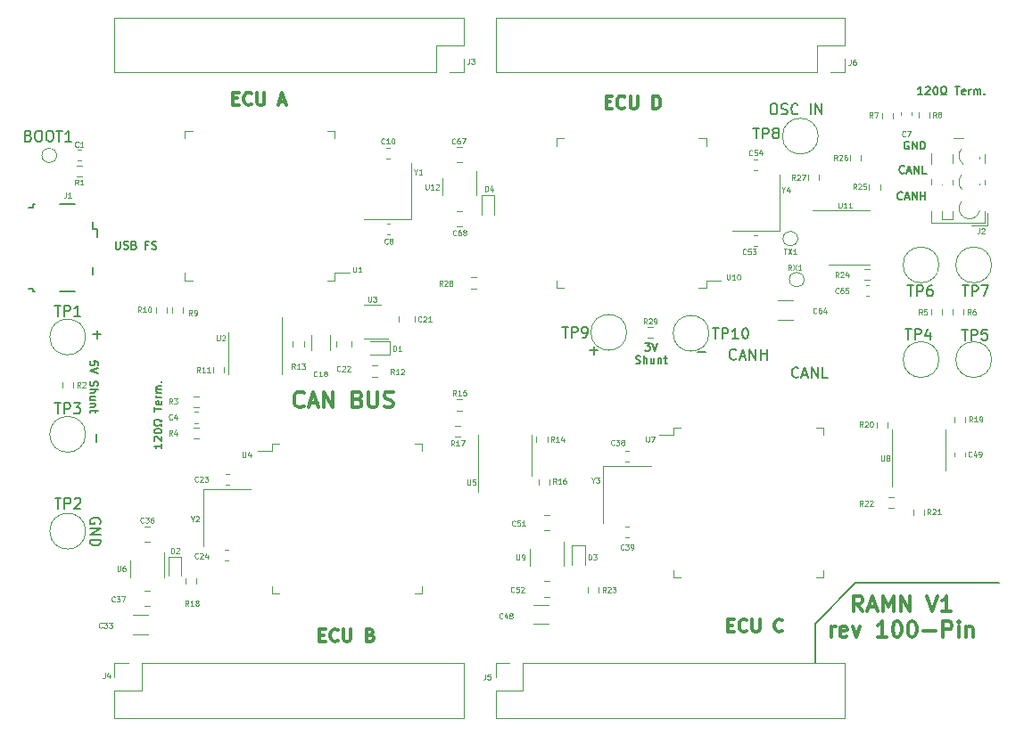
<source format=gbr>
G04 #@! TF.GenerationSoftware,KiCad,Pcbnew,(6.0.7-1)-1*
G04 #@! TF.CreationDate,2022-09-29T12:27:23-05:00*
G04 #@! TF.ProjectId,ramn,72616d6e-2e6b-4696-9361-645f70636258,rev?*
G04 #@! TF.SameCoordinates,Original*
G04 #@! TF.FileFunction,Legend,Top*
G04 #@! TF.FilePolarity,Positive*
%FSLAX46Y46*%
G04 Gerber Fmt 4.6, Leading zero omitted, Abs format (unit mm)*
G04 Created by KiCad (PCBNEW (6.0.7-1)-1) date 2022-09-29 12:27:23*
%MOMM*%
%LPD*%
G01*
G04 APERTURE LIST*
%ADD10C,0.200000*%
%ADD11C,0.150000*%
%ADD12C,0.300000*%
%ADD13C,0.100000*%
%ADD14C,0.120000*%
G04 APERTURE END LIST*
D10*
X119200000Y-96900000D02*
X132800000Y-96900000D01*
X115400000Y-100800000D02*
X119200000Y-96900000D01*
X115400000Y-104500000D02*
X115400000Y-100800000D01*
D11*
X99198571Y-74145535D02*
X99662857Y-74145535D01*
X99412857Y-74431250D01*
X99520000Y-74431250D01*
X99591428Y-74466964D01*
X99627142Y-74502678D01*
X99662857Y-74574107D01*
X99662857Y-74752678D01*
X99627142Y-74824107D01*
X99591428Y-74859821D01*
X99520000Y-74895535D01*
X99305714Y-74895535D01*
X99234285Y-74859821D01*
X99198571Y-74824107D01*
X99877142Y-74145535D02*
X100127142Y-74895535D01*
X100377142Y-74145535D01*
X98323571Y-76067321D02*
X98430714Y-76103035D01*
X98609285Y-76103035D01*
X98680714Y-76067321D01*
X98716428Y-76031607D01*
X98752142Y-75960178D01*
X98752142Y-75888750D01*
X98716428Y-75817321D01*
X98680714Y-75781607D01*
X98609285Y-75745892D01*
X98466428Y-75710178D01*
X98395000Y-75674464D01*
X98359285Y-75638750D01*
X98323571Y-75567321D01*
X98323571Y-75495892D01*
X98359285Y-75424464D01*
X98395000Y-75388750D01*
X98466428Y-75353035D01*
X98645000Y-75353035D01*
X98752142Y-75388750D01*
X99073571Y-76103035D02*
X99073571Y-75353035D01*
X99395000Y-76103035D02*
X99395000Y-75710178D01*
X99359285Y-75638750D01*
X99287857Y-75603035D01*
X99180714Y-75603035D01*
X99109285Y-75638750D01*
X99073571Y-75674464D01*
X100073571Y-75603035D02*
X100073571Y-76103035D01*
X99752142Y-75603035D02*
X99752142Y-75995892D01*
X99787857Y-76067321D01*
X99859285Y-76103035D01*
X99966428Y-76103035D01*
X100037857Y-76067321D01*
X100073571Y-76031607D01*
X100430714Y-75603035D02*
X100430714Y-76103035D01*
X100430714Y-75674464D02*
X100466428Y-75638750D01*
X100537857Y-75603035D01*
X100645000Y-75603035D01*
X100716428Y-75638750D01*
X100752142Y-75710178D01*
X100752142Y-76103035D01*
X101002142Y-75603035D02*
X101287857Y-75603035D01*
X101109285Y-75353035D02*
X101109285Y-75995892D01*
X101145000Y-76067321D01*
X101216428Y-76103035D01*
X101287857Y-76103035D01*
D12*
X119850000Y-99671071D02*
X119350000Y-98956785D01*
X118992857Y-99671071D02*
X118992857Y-98171071D01*
X119564285Y-98171071D01*
X119707142Y-98242500D01*
X119778571Y-98313928D01*
X119850000Y-98456785D01*
X119850000Y-98671071D01*
X119778571Y-98813928D01*
X119707142Y-98885357D01*
X119564285Y-98956785D01*
X118992857Y-98956785D01*
X120421428Y-99242500D02*
X121135714Y-99242500D01*
X120278571Y-99671071D02*
X120778571Y-98171071D01*
X121278571Y-99671071D01*
X121778571Y-99671071D02*
X121778571Y-98171071D01*
X122278571Y-99242500D01*
X122778571Y-98171071D01*
X122778571Y-99671071D01*
X123492857Y-99671071D02*
X123492857Y-98171071D01*
X124350000Y-99671071D01*
X124350000Y-98171071D01*
X125992857Y-98171071D02*
X126492857Y-99671071D01*
X126992857Y-98171071D01*
X128278571Y-99671071D02*
X127421428Y-99671071D01*
X127850000Y-99671071D02*
X127850000Y-98171071D01*
X127707142Y-98385357D01*
X127564285Y-98528214D01*
X127421428Y-98599642D01*
X116850000Y-102086071D02*
X116850000Y-101086071D01*
X116850000Y-101371785D02*
X116921428Y-101228928D01*
X116992857Y-101157500D01*
X117135714Y-101086071D01*
X117278571Y-101086071D01*
X118350000Y-102014642D02*
X118207142Y-102086071D01*
X117921428Y-102086071D01*
X117778571Y-102014642D01*
X117707142Y-101871785D01*
X117707142Y-101300357D01*
X117778571Y-101157500D01*
X117921428Y-101086071D01*
X118207142Y-101086071D01*
X118350000Y-101157500D01*
X118421428Y-101300357D01*
X118421428Y-101443214D01*
X117707142Y-101586071D01*
X118921428Y-101086071D02*
X119278571Y-102086071D01*
X119635714Y-101086071D01*
X122135714Y-102086071D02*
X121278571Y-102086071D01*
X121707142Y-102086071D02*
X121707142Y-100586071D01*
X121564285Y-100800357D01*
X121421428Y-100943214D01*
X121278571Y-101014642D01*
X123064285Y-100586071D02*
X123207142Y-100586071D01*
X123350000Y-100657500D01*
X123421428Y-100728928D01*
X123492857Y-100871785D01*
X123564285Y-101157500D01*
X123564285Y-101514642D01*
X123492857Y-101800357D01*
X123421428Y-101943214D01*
X123350000Y-102014642D01*
X123207142Y-102086071D01*
X123064285Y-102086071D01*
X122921428Y-102014642D01*
X122850000Y-101943214D01*
X122778571Y-101800357D01*
X122707142Y-101514642D01*
X122707142Y-101157500D01*
X122778571Y-100871785D01*
X122850000Y-100728928D01*
X122921428Y-100657500D01*
X123064285Y-100586071D01*
X124492857Y-100586071D02*
X124635714Y-100586071D01*
X124778571Y-100657500D01*
X124850000Y-100728928D01*
X124921428Y-100871785D01*
X124992857Y-101157500D01*
X124992857Y-101514642D01*
X124921428Y-101800357D01*
X124850000Y-101943214D01*
X124778571Y-102014642D01*
X124635714Y-102086071D01*
X124492857Y-102086071D01*
X124350000Y-102014642D01*
X124278571Y-101943214D01*
X124207142Y-101800357D01*
X124135714Y-101514642D01*
X124135714Y-101157500D01*
X124207142Y-100871785D01*
X124278571Y-100728928D01*
X124350000Y-100657500D01*
X124492857Y-100586071D01*
X125635714Y-101514642D02*
X126778571Y-101514642D01*
X127492857Y-102086071D02*
X127492857Y-100586071D01*
X128064285Y-100586071D01*
X128207142Y-100657500D01*
X128278571Y-100728928D01*
X128350000Y-100871785D01*
X128350000Y-101086071D01*
X128278571Y-101228928D01*
X128207142Y-101300357D01*
X128064285Y-101371785D01*
X127492857Y-101371785D01*
X128992857Y-102086071D02*
X128992857Y-101086071D01*
X128992857Y-100586071D02*
X128921428Y-100657500D01*
X128992857Y-100728928D01*
X129064285Y-100657500D01*
X128992857Y-100586071D01*
X128992857Y-100728928D01*
X129707142Y-101086071D02*
X129707142Y-102086071D01*
X129707142Y-101228928D02*
X129778571Y-101157500D01*
X129921428Y-101086071D01*
X130135714Y-101086071D01*
X130278571Y-101157500D01*
X130350000Y-101300357D01*
X130350000Y-102086071D01*
D10*
X111335714Y-51422380D02*
X111526190Y-51422380D01*
X111621428Y-51470000D01*
X111716666Y-51565238D01*
X111764285Y-51755714D01*
X111764285Y-52089047D01*
X111716666Y-52279523D01*
X111621428Y-52374761D01*
X111526190Y-52422380D01*
X111335714Y-52422380D01*
X111240476Y-52374761D01*
X111145238Y-52279523D01*
X111097619Y-52089047D01*
X111097619Y-51755714D01*
X111145238Y-51565238D01*
X111240476Y-51470000D01*
X111335714Y-51422380D01*
X112145238Y-52374761D02*
X112288095Y-52422380D01*
X112526190Y-52422380D01*
X112621428Y-52374761D01*
X112669047Y-52327142D01*
X112716666Y-52231904D01*
X112716666Y-52136666D01*
X112669047Y-52041428D01*
X112621428Y-51993809D01*
X112526190Y-51946190D01*
X112335714Y-51898571D01*
X112240476Y-51850952D01*
X112192857Y-51803333D01*
X112145238Y-51708095D01*
X112145238Y-51612857D01*
X112192857Y-51517619D01*
X112240476Y-51470000D01*
X112335714Y-51422380D01*
X112573809Y-51422380D01*
X112716666Y-51470000D01*
X113716666Y-52327142D02*
X113669047Y-52374761D01*
X113526190Y-52422380D01*
X113430952Y-52422380D01*
X113288095Y-52374761D01*
X113192857Y-52279523D01*
X113145238Y-52184285D01*
X113097619Y-51993809D01*
X113097619Y-51850952D01*
X113145238Y-51660476D01*
X113192857Y-51565238D01*
X113288095Y-51470000D01*
X113430952Y-51422380D01*
X113526190Y-51422380D01*
X113669047Y-51470000D01*
X113716666Y-51517619D01*
X114907142Y-52422380D02*
X114907142Y-51422380D01*
X115383333Y-52422380D02*
X115383333Y-51422380D01*
X115954761Y-52422380D01*
X115954761Y-51422380D01*
D11*
X46799047Y-73331428D02*
X47560952Y-73331428D01*
X47180000Y-73712380D02*
X47180000Y-72950476D01*
X104950952Y-74998571D02*
X104189047Y-74998571D01*
X113752380Y-77357142D02*
X113704761Y-77404761D01*
X113561904Y-77452380D01*
X113466666Y-77452380D01*
X113323809Y-77404761D01*
X113228571Y-77309523D01*
X113180952Y-77214285D01*
X113133333Y-77023809D01*
X113133333Y-76880952D01*
X113180952Y-76690476D01*
X113228571Y-76595238D01*
X113323809Y-76500000D01*
X113466666Y-76452380D01*
X113561904Y-76452380D01*
X113704761Y-76500000D01*
X113752380Y-76547619D01*
X114133333Y-77166666D02*
X114609523Y-77166666D01*
X114038095Y-77452380D02*
X114371428Y-76452380D01*
X114704761Y-77452380D01*
X115038095Y-77452380D02*
X115038095Y-76452380D01*
X115609523Y-77452380D01*
X115609523Y-76452380D01*
X116561904Y-77452380D02*
X116085714Y-77452380D01*
X116085714Y-76452380D01*
X47480000Y-91308095D02*
X47527619Y-91212857D01*
X47527619Y-91070000D01*
X47480000Y-90927142D01*
X47384761Y-90831904D01*
X47289523Y-90784285D01*
X47099047Y-90736666D01*
X46956190Y-90736666D01*
X46765714Y-90784285D01*
X46670476Y-90831904D01*
X46575238Y-90927142D01*
X46527619Y-91070000D01*
X46527619Y-91165238D01*
X46575238Y-91308095D01*
X46622857Y-91355714D01*
X46956190Y-91355714D01*
X46956190Y-91165238D01*
X46527619Y-91784285D02*
X47527619Y-91784285D01*
X46527619Y-92355714D01*
X47527619Y-92355714D01*
X46527619Y-92831904D02*
X47527619Y-92831904D01*
X47527619Y-93070000D01*
X47480000Y-93212857D01*
X47384761Y-93308095D01*
X47289523Y-93355714D01*
X47099047Y-93403333D01*
X46956190Y-93403333D01*
X46765714Y-93355714D01*
X46670476Y-93308095D01*
X46575238Y-93212857D01*
X46527619Y-93070000D01*
X46527619Y-92831904D01*
X48969285Y-64479285D02*
X48969285Y-65086428D01*
X49005000Y-65157857D01*
X49040714Y-65193571D01*
X49112142Y-65229285D01*
X49255000Y-65229285D01*
X49326428Y-65193571D01*
X49362142Y-65157857D01*
X49397857Y-65086428D01*
X49397857Y-64479285D01*
X49719285Y-65193571D02*
X49826428Y-65229285D01*
X50005000Y-65229285D01*
X50076428Y-65193571D01*
X50112142Y-65157857D01*
X50147857Y-65086428D01*
X50147857Y-65015000D01*
X50112142Y-64943571D01*
X50076428Y-64907857D01*
X50005000Y-64872142D01*
X49862142Y-64836428D01*
X49790714Y-64800714D01*
X49755000Y-64765000D01*
X49719285Y-64693571D01*
X49719285Y-64622142D01*
X49755000Y-64550714D01*
X49790714Y-64515000D01*
X49862142Y-64479285D01*
X50040714Y-64479285D01*
X50147857Y-64515000D01*
X50719285Y-64836428D02*
X50826428Y-64872142D01*
X50862142Y-64907857D01*
X50897857Y-64979285D01*
X50897857Y-65086428D01*
X50862142Y-65157857D01*
X50826428Y-65193571D01*
X50755000Y-65229285D01*
X50469285Y-65229285D01*
X50469285Y-64479285D01*
X50719285Y-64479285D01*
X50790714Y-64515000D01*
X50826428Y-64550714D01*
X50862142Y-64622142D01*
X50862142Y-64693571D01*
X50826428Y-64765000D01*
X50790714Y-64800714D01*
X50719285Y-64836428D01*
X50469285Y-64836428D01*
X52040714Y-64836428D02*
X51790714Y-64836428D01*
X51790714Y-65229285D02*
X51790714Y-64479285D01*
X52147857Y-64479285D01*
X52397857Y-65193571D02*
X52505000Y-65229285D01*
X52683571Y-65229285D01*
X52755000Y-65193571D01*
X52790714Y-65157857D01*
X52826428Y-65086428D01*
X52826428Y-65015000D01*
X52790714Y-64943571D01*
X52755000Y-64907857D01*
X52683571Y-64872142D01*
X52540714Y-64836428D01*
X52469285Y-64800714D01*
X52433571Y-64765000D01*
X52397857Y-64693571D01*
X52397857Y-64622142D01*
X52433571Y-64550714D01*
X52469285Y-64515000D01*
X52540714Y-64479285D01*
X52719285Y-64479285D01*
X52826428Y-64515000D01*
D12*
X60092857Y-50914285D02*
X60492857Y-50914285D01*
X60664285Y-51542857D02*
X60092857Y-51542857D01*
X60092857Y-50342857D01*
X60664285Y-50342857D01*
X61864285Y-51428571D02*
X61807142Y-51485714D01*
X61635714Y-51542857D01*
X61521428Y-51542857D01*
X61350000Y-51485714D01*
X61235714Y-51371428D01*
X61178571Y-51257142D01*
X61121428Y-51028571D01*
X61121428Y-50857142D01*
X61178571Y-50628571D01*
X61235714Y-50514285D01*
X61350000Y-50400000D01*
X61521428Y-50342857D01*
X61635714Y-50342857D01*
X61807142Y-50400000D01*
X61864285Y-50457142D01*
X62378571Y-50342857D02*
X62378571Y-51314285D01*
X62435714Y-51428571D01*
X62492857Y-51485714D01*
X62607142Y-51542857D01*
X62835714Y-51542857D01*
X62950000Y-51485714D01*
X63007142Y-51428571D01*
X63064285Y-51314285D01*
X63064285Y-50342857D01*
X64492857Y-51200000D02*
X65064285Y-51200000D01*
X64378571Y-51542857D02*
X64778571Y-50342857D01*
X65178571Y-51542857D01*
X107107142Y-100964285D02*
X107507142Y-100964285D01*
X107678571Y-101592857D02*
X107107142Y-101592857D01*
X107107142Y-100392857D01*
X107678571Y-100392857D01*
X108878571Y-101478571D02*
X108821428Y-101535714D01*
X108650000Y-101592857D01*
X108535714Y-101592857D01*
X108364285Y-101535714D01*
X108250000Y-101421428D01*
X108192857Y-101307142D01*
X108135714Y-101078571D01*
X108135714Y-100907142D01*
X108192857Y-100678571D01*
X108250000Y-100564285D01*
X108364285Y-100450000D01*
X108535714Y-100392857D01*
X108650000Y-100392857D01*
X108821428Y-100450000D01*
X108878571Y-100507142D01*
X109392857Y-100392857D02*
X109392857Y-101364285D01*
X109450000Y-101478571D01*
X109507142Y-101535714D01*
X109621428Y-101592857D01*
X109850000Y-101592857D01*
X109964285Y-101535714D01*
X110021428Y-101478571D01*
X110078571Y-101364285D01*
X110078571Y-100392857D01*
X112250000Y-101478571D02*
X112192857Y-101535714D01*
X112021428Y-101592857D01*
X111907142Y-101592857D01*
X111735714Y-101535714D01*
X111621428Y-101421428D01*
X111564285Y-101307142D01*
X111507142Y-101078571D01*
X111507142Y-100907142D01*
X111564285Y-100678571D01*
X111621428Y-100564285D01*
X111735714Y-100450000D01*
X111907142Y-100392857D01*
X112021428Y-100392857D01*
X112192857Y-100450000D01*
X112250000Y-100507142D01*
D11*
X107853333Y-75637142D02*
X107805714Y-75684761D01*
X107662857Y-75732380D01*
X107567619Y-75732380D01*
X107424761Y-75684761D01*
X107329523Y-75589523D01*
X107281904Y-75494285D01*
X107234285Y-75303809D01*
X107234285Y-75160952D01*
X107281904Y-74970476D01*
X107329523Y-74875238D01*
X107424761Y-74780000D01*
X107567619Y-74732380D01*
X107662857Y-74732380D01*
X107805714Y-74780000D01*
X107853333Y-74827619D01*
X108234285Y-75446666D02*
X108710476Y-75446666D01*
X108139047Y-75732380D02*
X108472380Y-74732380D01*
X108805714Y-75732380D01*
X109139047Y-75732380D02*
X109139047Y-74732380D01*
X109710476Y-75732380D01*
X109710476Y-74732380D01*
X110186666Y-75732380D02*
X110186666Y-74732380D01*
X110186666Y-75208571D02*
X110758095Y-75208571D01*
X110758095Y-75732380D02*
X110758095Y-74732380D01*
X94341428Y-75220952D02*
X94341428Y-74459047D01*
X94722380Y-74840000D02*
X93960476Y-74840000D01*
X123814285Y-57967857D02*
X123778571Y-58003571D01*
X123671428Y-58039285D01*
X123600000Y-58039285D01*
X123492857Y-58003571D01*
X123421428Y-57932142D01*
X123385714Y-57860714D01*
X123350000Y-57717857D01*
X123350000Y-57610714D01*
X123385714Y-57467857D01*
X123421428Y-57396428D01*
X123492857Y-57325000D01*
X123600000Y-57289285D01*
X123671428Y-57289285D01*
X123778571Y-57325000D01*
X123814285Y-57360714D01*
X124100000Y-57825000D02*
X124457142Y-57825000D01*
X124028571Y-58039285D02*
X124278571Y-57289285D01*
X124528571Y-58039285D01*
X124778571Y-58039285D02*
X124778571Y-57289285D01*
X125207142Y-58039285D01*
X125207142Y-57289285D01*
X125921428Y-58039285D02*
X125564285Y-58039285D01*
X125564285Y-57289285D01*
X123625000Y-60467857D02*
X123589285Y-60503571D01*
X123482142Y-60539285D01*
X123410714Y-60539285D01*
X123303571Y-60503571D01*
X123232142Y-60432142D01*
X123196428Y-60360714D01*
X123160714Y-60217857D01*
X123160714Y-60110714D01*
X123196428Y-59967857D01*
X123232142Y-59896428D01*
X123303571Y-59825000D01*
X123410714Y-59789285D01*
X123482142Y-59789285D01*
X123589285Y-59825000D01*
X123625000Y-59860714D01*
X123910714Y-60325000D02*
X124267857Y-60325000D01*
X123839285Y-60539285D02*
X124089285Y-59789285D01*
X124339285Y-60539285D01*
X124589285Y-60539285D02*
X124589285Y-59789285D01*
X125017857Y-60539285D01*
X125017857Y-59789285D01*
X125375000Y-60539285D02*
X125375000Y-59789285D01*
X125375000Y-60146428D02*
X125803571Y-60146428D01*
X125803571Y-60539285D02*
X125803571Y-59789285D01*
D12*
X95517142Y-51254285D02*
X95917142Y-51254285D01*
X96088571Y-51882857D02*
X95517142Y-51882857D01*
X95517142Y-50682857D01*
X96088571Y-50682857D01*
X97288571Y-51768571D02*
X97231428Y-51825714D01*
X97060000Y-51882857D01*
X96945714Y-51882857D01*
X96774285Y-51825714D01*
X96660000Y-51711428D01*
X96602857Y-51597142D01*
X96545714Y-51368571D01*
X96545714Y-51197142D01*
X96602857Y-50968571D01*
X96660000Y-50854285D01*
X96774285Y-50740000D01*
X96945714Y-50682857D01*
X97060000Y-50682857D01*
X97231428Y-50740000D01*
X97288571Y-50797142D01*
X97802857Y-50682857D02*
X97802857Y-51654285D01*
X97860000Y-51768571D01*
X97917142Y-51825714D01*
X98031428Y-51882857D01*
X98260000Y-51882857D01*
X98374285Y-51825714D01*
X98431428Y-51768571D01*
X98488571Y-51654285D01*
X98488571Y-50682857D01*
X99974285Y-51882857D02*
X99974285Y-50682857D01*
X100260000Y-50682857D01*
X100431428Y-50740000D01*
X100545714Y-50854285D01*
X100602857Y-50968571D01*
X100660000Y-51197142D01*
X100660000Y-51368571D01*
X100602857Y-51597142D01*
X100545714Y-51711428D01*
X100431428Y-51825714D01*
X100260000Y-51882857D01*
X99974285Y-51882857D01*
X66814285Y-80135714D02*
X66742857Y-80207142D01*
X66528571Y-80278571D01*
X66385714Y-80278571D01*
X66171428Y-80207142D01*
X66028571Y-80064285D01*
X65957142Y-79921428D01*
X65885714Y-79635714D01*
X65885714Y-79421428D01*
X65957142Y-79135714D01*
X66028571Y-78992857D01*
X66171428Y-78850000D01*
X66385714Y-78778571D01*
X66528571Y-78778571D01*
X66742857Y-78850000D01*
X66814285Y-78921428D01*
X67385714Y-79850000D02*
X68100000Y-79850000D01*
X67242857Y-80278571D02*
X67742857Y-78778571D01*
X68242857Y-80278571D01*
X68742857Y-80278571D02*
X68742857Y-78778571D01*
X69600000Y-80278571D01*
X69600000Y-78778571D01*
X71957142Y-79492857D02*
X72171428Y-79564285D01*
X72242857Y-79635714D01*
X72314285Y-79778571D01*
X72314285Y-79992857D01*
X72242857Y-80135714D01*
X72171428Y-80207142D01*
X72028571Y-80278571D01*
X71457142Y-80278571D01*
X71457142Y-78778571D01*
X71957142Y-78778571D01*
X72100000Y-78850000D01*
X72171428Y-78921428D01*
X72242857Y-79064285D01*
X72242857Y-79207142D01*
X72171428Y-79350000D01*
X72100000Y-79421428D01*
X71957142Y-79492857D01*
X71457142Y-79492857D01*
X72957142Y-78778571D02*
X72957142Y-79992857D01*
X73028571Y-80135714D01*
X73100000Y-80207142D01*
X73242857Y-80278571D01*
X73528571Y-80278571D01*
X73671428Y-80207142D01*
X73742857Y-80135714D01*
X73814285Y-79992857D01*
X73814285Y-78778571D01*
X74457142Y-80207142D02*
X74671428Y-80278571D01*
X75028571Y-80278571D01*
X75171428Y-80207142D01*
X75242857Y-80135714D01*
X75314285Y-79992857D01*
X75314285Y-79850000D01*
X75242857Y-79707142D01*
X75171428Y-79635714D01*
X75028571Y-79564285D01*
X74742857Y-79492857D01*
X74600000Y-79421428D01*
X74528571Y-79350000D01*
X74457142Y-79207142D01*
X74457142Y-79064285D01*
X74528571Y-78921428D01*
X74600000Y-78850000D01*
X74742857Y-78778571D01*
X75100000Y-78778571D01*
X75314285Y-78850000D01*
D11*
X47111428Y-83540952D02*
X47111428Y-82779047D01*
X124228571Y-55025000D02*
X124157142Y-54989285D01*
X124050000Y-54989285D01*
X123942857Y-55025000D01*
X123871428Y-55096428D01*
X123835714Y-55167857D01*
X123800000Y-55310714D01*
X123800000Y-55417857D01*
X123835714Y-55560714D01*
X123871428Y-55632142D01*
X123942857Y-55703571D01*
X124050000Y-55739285D01*
X124121428Y-55739285D01*
X124228571Y-55703571D01*
X124264285Y-55667857D01*
X124264285Y-55417857D01*
X124121428Y-55417857D01*
X124585714Y-55739285D02*
X124585714Y-54989285D01*
X125014285Y-55739285D01*
X125014285Y-54989285D01*
X125371428Y-55739285D02*
X125371428Y-54989285D01*
X125550000Y-54989285D01*
X125657142Y-55025000D01*
X125728571Y-55096428D01*
X125764285Y-55167857D01*
X125800000Y-55310714D01*
X125800000Y-55417857D01*
X125764285Y-55560714D01*
X125728571Y-55632142D01*
X125657142Y-55703571D01*
X125550000Y-55739285D01*
X125371428Y-55739285D01*
X53339285Y-83732142D02*
X53339285Y-84160714D01*
X53339285Y-83946428D02*
X52589285Y-83946428D01*
X52696428Y-84017857D01*
X52767857Y-84089285D01*
X52803571Y-84160714D01*
X52660714Y-83446428D02*
X52625000Y-83410714D01*
X52589285Y-83339285D01*
X52589285Y-83160714D01*
X52625000Y-83089285D01*
X52660714Y-83053571D01*
X52732142Y-83017857D01*
X52803571Y-83017857D01*
X52910714Y-83053571D01*
X53339285Y-83482142D01*
X53339285Y-83017857D01*
X52589285Y-82553571D02*
X52589285Y-82482142D01*
X52625000Y-82410714D01*
X52660714Y-82375000D01*
X52732142Y-82339285D01*
X52875000Y-82303571D01*
X53053571Y-82303571D01*
X53196428Y-82339285D01*
X53267857Y-82375000D01*
X53303571Y-82410714D01*
X53339285Y-82482142D01*
X53339285Y-82553571D01*
X53303571Y-82625000D01*
X53267857Y-82660714D01*
X53196428Y-82696428D01*
X53053571Y-82732142D01*
X52875000Y-82732142D01*
X52732142Y-82696428D01*
X52660714Y-82660714D01*
X52625000Y-82625000D01*
X52589285Y-82553571D01*
X53339285Y-82017857D02*
X53339285Y-81839285D01*
X53196428Y-81839285D01*
X53160714Y-81910714D01*
X53089285Y-81982142D01*
X52982142Y-82017857D01*
X52803571Y-82017857D01*
X52696428Y-81982142D01*
X52625000Y-81910714D01*
X52589285Y-81803571D01*
X52589285Y-81660714D01*
X52625000Y-81553571D01*
X52696428Y-81482142D01*
X52803571Y-81446428D01*
X52982142Y-81446428D01*
X53089285Y-81482142D01*
X53160714Y-81553571D01*
X53196428Y-81625000D01*
X53339285Y-81625000D01*
X53339285Y-81446428D01*
X52589285Y-80660714D02*
X52589285Y-80232142D01*
X53339285Y-80446428D02*
X52589285Y-80446428D01*
X53303571Y-79696428D02*
X53339285Y-79767857D01*
X53339285Y-79910714D01*
X53303571Y-79982142D01*
X53232142Y-80017857D01*
X52946428Y-80017857D01*
X52875000Y-79982142D01*
X52839285Y-79910714D01*
X52839285Y-79767857D01*
X52875000Y-79696428D01*
X52946428Y-79660714D01*
X53017857Y-79660714D01*
X53089285Y-80017857D01*
X53339285Y-79339285D02*
X52839285Y-79339285D01*
X52982142Y-79339285D02*
X52910714Y-79303571D01*
X52875000Y-79267857D01*
X52839285Y-79196428D01*
X52839285Y-79125000D01*
X53339285Y-78875000D02*
X52839285Y-78875000D01*
X52910714Y-78875000D02*
X52875000Y-78839285D01*
X52839285Y-78767857D01*
X52839285Y-78660714D01*
X52875000Y-78589285D01*
X52946428Y-78553571D01*
X53339285Y-78553571D01*
X52946428Y-78553571D02*
X52875000Y-78517857D01*
X52839285Y-78446428D01*
X52839285Y-78339285D01*
X52875000Y-78267857D01*
X52946428Y-78232142D01*
X53339285Y-78232142D01*
X53267857Y-77875000D02*
X53303571Y-77839285D01*
X53339285Y-77875000D01*
X53303571Y-77910714D01*
X53267857Y-77875000D01*
X53339285Y-77875000D01*
X47260714Y-76252142D02*
X47260714Y-75895000D01*
X46903571Y-75859285D01*
X46939285Y-75895000D01*
X46975000Y-75966428D01*
X46975000Y-76145000D01*
X46939285Y-76216428D01*
X46903571Y-76252142D01*
X46832142Y-76287857D01*
X46653571Y-76287857D01*
X46582142Y-76252142D01*
X46546428Y-76216428D01*
X46510714Y-76145000D01*
X46510714Y-75966428D01*
X46546428Y-75895000D01*
X46582142Y-75859285D01*
X47260714Y-76502142D02*
X46510714Y-76752142D01*
X47260714Y-77002142D01*
X46546428Y-77787857D02*
X46510714Y-77895000D01*
X46510714Y-78073571D01*
X46546428Y-78145000D01*
X46582142Y-78180714D01*
X46653571Y-78216428D01*
X46725000Y-78216428D01*
X46796428Y-78180714D01*
X46832142Y-78145000D01*
X46867857Y-78073571D01*
X46903571Y-77930714D01*
X46939285Y-77859285D01*
X46975000Y-77823571D01*
X47046428Y-77787857D01*
X47117857Y-77787857D01*
X47189285Y-77823571D01*
X47225000Y-77859285D01*
X47260714Y-77930714D01*
X47260714Y-78109285D01*
X47225000Y-78216428D01*
X46510714Y-78537857D02*
X47260714Y-78537857D01*
X46510714Y-78859285D02*
X46903571Y-78859285D01*
X46975000Y-78823571D01*
X47010714Y-78752142D01*
X47010714Y-78645000D01*
X46975000Y-78573571D01*
X46939285Y-78537857D01*
X47010714Y-79537857D02*
X46510714Y-79537857D01*
X47010714Y-79216428D02*
X46617857Y-79216428D01*
X46546428Y-79252142D01*
X46510714Y-79323571D01*
X46510714Y-79430714D01*
X46546428Y-79502142D01*
X46582142Y-79537857D01*
X47010714Y-79895000D02*
X46510714Y-79895000D01*
X46939285Y-79895000D02*
X46975000Y-79930714D01*
X47010714Y-80002142D01*
X47010714Y-80109285D01*
X46975000Y-80180714D01*
X46903571Y-80216428D01*
X46510714Y-80216428D01*
X47010714Y-80466428D02*
X47010714Y-80752142D01*
X47260714Y-80573571D02*
X46617857Y-80573571D01*
X46546428Y-80609285D01*
X46510714Y-80680714D01*
X46510714Y-80752142D01*
D12*
X68297142Y-101904285D02*
X68697142Y-101904285D01*
X68868571Y-102532857D02*
X68297142Y-102532857D01*
X68297142Y-101332857D01*
X68868571Y-101332857D01*
X70068571Y-102418571D02*
X70011428Y-102475714D01*
X69840000Y-102532857D01*
X69725714Y-102532857D01*
X69554285Y-102475714D01*
X69440000Y-102361428D01*
X69382857Y-102247142D01*
X69325714Y-102018571D01*
X69325714Y-101847142D01*
X69382857Y-101618571D01*
X69440000Y-101504285D01*
X69554285Y-101390000D01*
X69725714Y-101332857D01*
X69840000Y-101332857D01*
X70011428Y-101390000D01*
X70068571Y-101447142D01*
X70582857Y-101332857D02*
X70582857Y-102304285D01*
X70640000Y-102418571D01*
X70697142Y-102475714D01*
X70811428Y-102532857D01*
X71040000Y-102532857D01*
X71154285Y-102475714D01*
X71211428Y-102418571D01*
X71268571Y-102304285D01*
X71268571Y-101332857D01*
X73154285Y-101904285D02*
X73325714Y-101961428D01*
X73382857Y-102018571D01*
X73440000Y-102132857D01*
X73440000Y-102304285D01*
X73382857Y-102418571D01*
X73325714Y-102475714D01*
X73211428Y-102532857D01*
X72754285Y-102532857D01*
X72754285Y-101332857D01*
X73154285Y-101332857D01*
X73268571Y-101390000D01*
X73325714Y-101447142D01*
X73382857Y-101561428D01*
X73382857Y-101675714D01*
X73325714Y-101790000D01*
X73268571Y-101847142D01*
X73154285Y-101904285D01*
X72754285Y-101904285D01*
D11*
X125567857Y-50539285D02*
X125139285Y-50539285D01*
X125353571Y-50539285D02*
X125353571Y-49789285D01*
X125282142Y-49896428D01*
X125210714Y-49967857D01*
X125139285Y-50003571D01*
X125853571Y-49860714D02*
X125889285Y-49825000D01*
X125960714Y-49789285D01*
X126139285Y-49789285D01*
X126210714Y-49825000D01*
X126246428Y-49860714D01*
X126282142Y-49932142D01*
X126282142Y-50003571D01*
X126246428Y-50110714D01*
X125817857Y-50539285D01*
X126282142Y-50539285D01*
X126746428Y-49789285D02*
X126817857Y-49789285D01*
X126889285Y-49825000D01*
X126925000Y-49860714D01*
X126960714Y-49932142D01*
X126996428Y-50075000D01*
X126996428Y-50253571D01*
X126960714Y-50396428D01*
X126925000Y-50467857D01*
X126889285Y-50503571D01*
X126817857Y-50539285D01*
X126746428Y-50539285D01*
X126675000Y-50503571D01*
X126639285Y-50467857D01*
X126603571Y-50396428D01*
X126567857Y-50253571D01*
X126567857Y-50075000D01*
X126603571Y-49932142D01*
X126639285Y-49860714D01*
X126675000Y-49825000D01*
X126746428Y-49789285D01*
X127282142Y-50539285D02*
X127460714Y-50539285D01*
X127460714Y-50396428D01*
X127389285Y-50360714D01*
X127317857Y-50289285D01*
X127282142Y-50182142D01*
X127282142Y-50003571D01*
X127317857Y-49896428D01*
X127389285Y-49825000D01*
X127496428Y-49789285D01*
X127639285Y-49789285D01*
X127746428Y-49825000D01*
X127817857Y-49896428D01*
X127853571Y-50003571D01*
X127853571Y-50182142D01*
X127817857Y-50289285D01*
X127746428Y-50360714D01*
X127675000Y-50396428D01*
X127675000Y-50539285D01*
X127853571Y-50539285D01*
X128639285Y-49789285D02*
X129067857Y-49789285D01*
X128853571Y-50539285D02*
X128853571Y-49789285D01*
X129603571Y-50503571D02*
X129532142Y-50539285D01*
X129389285Y-50539285D01*
X129317857Y-50503571D01*
X129282142Y-50432142D01*
X129282142Y-50146428D01*
X129317857Y-50075000D01*
X129389285Y-50039285D01*
X129532142Y-50039285D01*
X129603571Y-50075000D01*
X129639285Y-50146428D01*
X129639285Y-50217857D01*
X129282142Y-50289285D01*
X129960714Y-50539285D02*
X129960714Y-50039285D01*
X129960714Y-50182142D02*
X129996428Y-50110714D01*
X130032142Y-50075000D01*
X130103571Y-50039285D01*
X130175000Y-50039285D01*
X130425000Y-50539285D02*
X130425000Y-50039285D01*
X130425000Y-50110714D02*
X130460714Y-50075000D01*
X130532142Y-50039285D01*
X130639285Y-50039285D01*
X130710714Y-50075000D01*
X130746428Y-50146428D01*
X130746428Y-50539285D01*
X130746428Y-50146428D02*
X130782142Y-50075000D01*
X130853571Y-50039285D01*
X130960714Y-50039285D01*
X131032142Y-50075000D01*
X131067857Y-50146428D01*
X131067857Y-50539285D01*
X131425000Y-50467857D02*
X131460714Y-50503571D01*
X131425000Y-50539285D01*
X131389285Y-50503571D01*
X131425000Y-50467857D01*
X131425000Y-50539285D01*
D13*
X112380952Y-65226190D02*
X112666666Y-65226190D01*
X112523809Y-65726190D02*
X112523809Y-65226190D01*
X112785714Y-65226190D02*
X113119047Y-65726190D01*
X113119047Y-65226190D02*
X112785714Y-65726190D01*
X113571428Y-65726190D02*
X113285714Y-65726190D01*
X113428571Y-65726190D02*
X113428571Y-65226190D01*
X113380952Y-65297619D01*
X113333333Y-65345238D01*
X113285714Y-65369047D01*
X49119047Y-95326190D02*
X49119047Y-95730952D01*
X49142857Y-95778571D01*
X49166666Y-95802380D01*
X49214285Y-95826190D01*
X49309523Y-95826190D01*
X49357142Y-95802380D01*
X49380952Y-95778571D01*
X49404761Y-95730952D01*
X49404761Y-95326190D01*
X49857142Y-95326190D02*
X49761904Y-95326190D01*
X49714285Y-95350000D01*
X49690476Y-95373809D01*
X49642857Y-95445238D01*
X49619047Y-95540476D01*
X49619047Y-95730952D01*
X49642857Y-95778571D01*
X49666666Y-95802380D01*
X49714285Y-95826190D01*
X49809523Y-95826190D01*
X49857142Y-95802380D01*
X49880952Y-95778571D01*
X49904761Y-95730952D01*
X49904761Y-95611904D01*
X49880952Y-95564285D01*
X49857142Y-95540476D01*
X49809523Y-95516666D01*
X49714285Y-95516666D01*
X49666666Y-95540476D01*
X49642857Y-95564285D01*
X49619047Y-95611904D01*
X95478571Y-97843690D02*
X95311904Y-97605595D01*
X95192857Y-97843690D02*
X95192857Y-97343690D01*
X95383333Y-97343690D01*
X95430952Y-97367500D01*
X95454761Y-97391309D01*
X95478571Y-97438928D01*
X95478571Y-97510357D01*
X95454761Y-97557976D01*
X95430952Y-97581785D01*
X95383333Y-97605595D01*
X95192857Y-97605595D01*
X95669047Y-97391309D02*
X95692857Y-97367500D01*
X95740476Y-97343690D01*
X95859523Y-97343690D01*
X95907142Y-97367500D01*
X95930952Y-97391309D01*
X95954761Y-97438928D01*
X95954761Y-97486547D01*
X95930952Y-97557976D01*
X95645238Y-97843690D01*
X95954761Y-97843690D01*
X96121428Y-97343690D02*
X96430952Y-97343690D01*
X96264285Y-97534166D01*
X96335714Y-97534166D01*
X96383333Y-97557976D01*
X96407142Y-97581785D01*
X96430952Y-97629404D01*
X96430952Y-97748452D01*
X96407142Y-97796071D01*
X96383333Y-97819880D01*
X96335714Y-97843690D01*
X96192857Y-97843690D01*
X96145238Y-97819880D01*
X96121428Y-97796071D01*
X113078571Y-67226190D02*
X112911904Y-66988095D01*
X112792857Y-67226190D02*
X112792857Y-66726190D01*
X112983333Y-66726190D01*
X113030952Y-66750000D01*
X113054761Y-66773809D01*
X113078571Y-66821428D01*
X113078571Y-66892857D01*
X113054761Y-66940476D01*
X113030952Y-66964285D01*
X112983333Y-66988095D01*
X112792857Y-66988095D01*
X113245238Y-66726190D02*
X113578571Y-67226190D01*
X113578571Y-66726190D02*
X113245238Y-67226190D01*
X114030952Y-67226190D02*
X113745238Y-67226190D01*
X113888095Y-67226190D02*
X113888095Y-66726190D01*
X113840476Y-66797619D01*
X113792857Y-66845238D01*
X113745238Y-66869047D01*
D11*
X91343095Y-72612380D02*
X91914523Y-72612380D01*
X91628809Y-73612380D02*
X91628809Y-72612380D01*
X92247857Y-73612380D02*
X92247857Y-72612380D01*
X92628809Y-72612380D01*
X92724047Y-72660000D01*
X92771666Y-72707619D01*
X92819285Y-72802857D01*
X92819285Y-72945714D01*
X92771666Y-73040952D01*
X92724047Y-73088571D01*
X92628809Y-73136190D01*
X92247857Y-73136190D01*
X93295476Y-73612380D02*
X93485952Y-73612380D01*
X93581190Y-73564761D01*
X93628809Y-73517142D01*
X93724047Y-73374285D01*
X93771666Y-73183809D01*
X93771666Y-72802857D01*
X93724047Y-72707619D01*
X93676428Y-72660000D01*
X93581190Y-72612380D01*
X93390714Y-72612380D01*
X93295476Y-72660000D01*
X93247857Y-72707619D01*
X93200238Y-72802857D01*
X93200238Y-73040952D01*
X93247857Y-73136190D01*
X93295476Y-73183809D01*
X93390714Y-73231428D01*
X93581190Y-73231428D01*
X93676428Y-73183809D01*
X93724047Y-73136190D01*
X93771666Y-73040952D01*
D13*
X118733333Y-47226190D02*
X118733333Y-47583333D01*
X118709523Y-47654761D01*
X118661904Y-47702380D01*
X118590476Y-47726190D01*
X118542857Y-47726190D01*
X119185714Y-47226190D02*
X119090476Y-47226190D01*
X119042857Y-47250000D01*
X119019047Y-47273809D01*
X118971428Y-47345238D01*
X118947619Y-47440476D01*
X118947619Y-47630952D01*
X118971428Y-47678571D01*
X118995238Y-47702380D01*
X119042857Y-47726190D01*
X119138095Y-47726190D01*
X119185714Y-47702380D01*
X119209523Y-47678571D01*
X119233333Y-47630952D01*
X119233333Y-47511904D01*
X119209523Y-47464285D01*
X119185714Y-47440476D01*
X119138095Y-47416666D01*
X119042857Y-47416666D01*
X118995238Y-47440476D01*
X118971428Y-47464285D01*
X118947619Y-47511904D01*
X130933333Y-63256190D02*
X130933333Y-63613333D01*
X130909523Y-63684761D01*
X130861904Y-63732380D01*
X130790476Y-63756190D01*
X130742857Y-63756190D01*
X131147619Y-63303809D02*
X131171428Y-63280000D01*
X131219047Y-63256190D01*
X131338095Y-63256190D01*
X131385714Y-63280000D01*
X131409523Y-63303809D01*
X131433333Y-63351428D01*
X131433333Y-63399047D01*
X131409523Y-63470476D01*
X131123809Y-63756190D01*
X131433333Y-63756190D01*
X90778571Y-87526190D02*
X90611904Y-87288095D01*
X90492857Y-87526190D02*
X90492857Y-87026190D01*
X90683333Y-87026190D01*
X90730952Y-87050000D01*
X90754761Y-87073809D01*
X90778571Y-87121428D01*
X90778571Y-87192857D01*
X90754761Y-87240476D01*
X90730952Y-87264285D01*
X90683333Y-87288095D01*
X90492857Y-87288095D01*
X91254761Y-87526190D02*
X90969047Y-87526190D01*
X91111904Y-87526190D02*
X91111904Y-87026190D01*
X91064285Y-87097619D01*
X91016666Y-87145238D01*
X90969047Y-87169047D01*
X91683333Y-87026190D02*
X91588095Y-87026190D01*
X91540476Y-87050000D01*
X91516666Y-87073809D01*
X91469047Y-87145238D01*
X91445238Y-87240476D01*
X91445238Y-87430952D01*
X91469047Y-87478571D01*
X91492857Y-87502380D01*
X91540476Y-87526190D01*
X91635714Y-87526190D01*
X91683333Y-87502380D01*
X91707142Y-87478571D01*
X91730952Y-87430952D01*
X91730952Y-87311904D01*
X91707142Y-87264285D01*
X91683333Y-87240476D01*
X91635714Y-87216666D01*
X91540476Y-87216666D01*
X91492857Y-87240476D01*
X91469047Y-87264285D01*
X91445238Y-87311904D01*
X130116666Y-71456190D02*
X129950000Y-71218095D01*
X129830952Y-71456190D02*
X129830952Y-70956190D01*
X130021428Y-70956190D01*
X130069047Y-70980000D01*
X130092857Y-71003809D01*
X130116666Y-71051428D01*
X130116666Y-71122857D01*
X130092857Y-71170476D01*
X130069047Y-71194285D01*
X130021428Y-71218095D01*
X129830952Y-71218095D01*
X130545238Y-70956190D02*
X130450000Y-70956190D01*
X130402380Y-70980000D01*
X130378571Y-71003809D01*
X130330952Y-71075238D01*
X130307142Y-71170476D01*
X130307142Y-71360952D01*
X130330952Y-71408571D01*
X130354761Y-71432380D01*
X130402380Y-71456190D01*
X130497619Y-71456190D01*
X130545238Y-71432380D01*
X130569047Y-71408571D01*
X130592857Y-71360952D01*
X130592857Y-71241904D01*
X130569047Y-71194285D01*
X130545238Y-71170476D01*
X130497619Y-71146666D01*
X130402380Y-71146666D01*
X130354761Y-71170476D01*
X130330952Y-71194285D01*
X130307142Y-71241904D01*
X109378571Y-56278571D02*
X109354761Y-56302380D01*
X109283333Y-56326190D01*
X109235714Y-56326190D01*
X109164285Y-56302380D01*
X109116666Y-56254761D01*
X109092857Y-56207142D01*
X109069047Y-56111904D01*
X109069047Y-56040476D01*
X109092857Y-55945238D01*
X109116666Y-55897619D01*
X109164285Y-55850000D01*
X109235714Y-55826190D01*
X109283333Y-55826190D01*
X109354761Y-55850000D01*
X109378571Y-55873809D01*
X109830952Y-55826190D02*
X109592857Y-55826190D01*
X109569047Y-56064285D01*
X109592857Y-56040476D01*
X109640476Y-56016666D01*
X109759523Y-56016666D01*
X109807142Y-56040476D01*
X109830952Y-56064285D01*
X109854761Y-56111904D01*
X109854761Y-56230952D01*
X109830952Y-56278571D01*
X109807142Y-56302380D01*
X109759523Y-56326190D01*
X109640476Y-56326190D01*
X109592857Y-56302380D01*
X109569047Y-56278571D01*
X110283333Y-55992857D02*
X110283333Y-56326190D01*
X110164285Y-55802380D02*
X110045238Y-56159523D01*
X110354761Y-56159523D01*
D11*
X123928095Y-72812380D02*
X124499523Y-72812380D01*
X124213809Y-73812380D02*
X124213809Y-72812380D01*
X124832857Y-73812380D02*
X124832857Y-72812380D01*
X125213809Y-72812380D01*
X125309047Y-72860000D01*
X125356666Y-72907619D01*
X125404285Y-73002857D01*
X125404285Y-73145714D01*
X125356666Y-73240952D01*
X125309047Y-73288571D01*
X125213809Y-73336190D01*
X124832857Y-73336190D01*
X126261428Y-73145714D02*
X126261428Y-73812380D01*
X126023333Y-72764761D02*
X125785238Y-73479047D01*
X126404285Y-73479047D01*
X43208095Y-88882380D02*
X43779523Y-88882380D01*
X43493809Y-89882380D02*
X43493809Y-88882380D01*
X44112857Y-89882380D02*
X44112857Y-88882380D01*
X44493809Y-88882380D01*
X44589047Y-88930000D01*
X44636666Y-88977619D01*
X44684285Y-89072857D01*
X44684285Y-89215714D01*
X44636666Y-89310952D01*
X44589047Y-89358571D01*
X44493809Y-89406190D01*
X44112857Y-89406190D01*
X45065238Y-88977619D02*
X45112857Y-88930000D01*
X45208095Y-88882380D01*
X45446190Y-88882380D01*
X45541428Y-88930000D01*
X45589047Y-88977619D01*
X45636666Y-89072857D01*
X45636666Y-89168095D01*
X45589047Y-89310952D01*
X45017619Y-89882380D01*
X45636666Y-89882380D01*
D13*
X70278571Y-76778571D02*
X70254761Y-76802380D01*
X70183333Y-76826190D01*
X70135714Y-76826190D01*
X70064285Y-76802380D01*
X70016666Y-76754761D01*
X69992857Y-76707142D01*
X69969047Y-76611904D01*
X69969047Y-76540476D01*
X69992857Y-76445238D01*
X70016666Y-76397619D01*
X70064285Y-76350000D01*
X70135714Y-76326190D01*
X70183333Y-76326190D01*
X70254761Y-76350000D01*
X70278571Y-76373809D01*
X70469047Y-76373809D02*
X70492857Y-76350000D01*
X70540476Y-76326190D01*
X70659523Y-76326190D01*
X70707142Y-76350000D01*
X70730952Y-76373809D01*
X70754761Y-76421428D01*
X70754761Y-76469047D01*
X70730952Y-76540476D01*
X70445238Y-76826190D01*
X70754761Y-76826190D01*
X70945238Y-76373809D02*
X70969047Y-76350000D01*
X71016666Y-76326190D01*
X71135714Y-76326190D01*
X71183333Y-76350000D01*
X71207142Y-76373809D01*
X71230952Y-76421428D01*
X71230952Y-76469047D01*
X71207142Y-76540476D01*
X70921428Y-76826190D01*
X71230952Y-76826190D01*
X71519047Y-66926190D02*
X71519047Y-67330952D01*
X71542857Y-67378571D01*
X71566666Y-67402380D01*
X71614285Y-67426190D01*
X71709523Y-67426190D01*
X71757142Y-67402380D01*
X71780952Y-67378571D01*
X71804761Y-67330952D01*
X71804761Y-66926190D01*
X72304761Y-67426190D02*
X72019047Y-67426190D01*
X72161904Y-67426190D02*
X72161904Y-66926190D01*
X72114285Y-66997619D01*
X72066666Y-67045238D01*
X72019047Y-67069047D01*
X85678571Y-100278571D02*
X85654761Y-100302380D01*
X85583333Y-100326190D01*
X85535714Y-100326190D01*
X85464285Y-100302380D01*
X85416666Y-100254761D01*
X85392857Y-100207142D01*
X85369047Y-100111904D01*
X85369047Y-100040476D01*
X85392857Y-99945238D01*
X85416666Y-99897619D01*
X85464285Y-99850000D01*
X85535714Y-99826190D01*
X85583333Y-99826190D01*
X85654761Y-99850000D01*
X85678571Y-99873809D01*
X86107142Y-99992857D02*
X86107142Y-100326190D01*
X85988095Y-99802380D02*
X85869047Y-100159523D01*
X86178571Y-100159523D01*
X86440476Y-100040476D02*
X86392857Y-100016666D01*
X86369047Y-99992857D01*
X86345238Y-99945238D01*
X86345238Y-99921428D01*
X86369047Y-99873809D01*
X86392857Y-99850000D01*
X86440476Y-99826190D01*
X86535714Y-99826190D01*
X86583333Y-99850000D01*
X86607142Y-99873809D01*
X86630952Y-99921428D01*
X86630952Y-99945238D01*
X86607142Y-99992857D01*
X86583333Y-100016666D01*
X86535714Y-100040476D01*
X86440476Y-100040476D01*
X86392857Y-100064285D01*
X86369047Y-100088095D01*
X86345238Y-100135714D01*
X86345238Y-100230952D01*
X86369047Y-100278571D01*
X86392857Y-100302380D01*
X86440476Y-100326190D01*
X86535714Y-100326190D01*
X86583333Y-100302380D01*
X86607142Y-100278571D01*
X86630952Y-100230952D01*
X86630952Y-100135714D01*
X86607142Y-100088095D01*
X86583333Y-100064285D01*
X86535714Y-100040476D01*
X77978571Y-72071071D02*
X77954761Y-72094880D01*
X77883333Y-72118690D01*
X77835714Y-72118690D01*
X77764285Y-72094880D01*
X77716666Y-72047261D01*
X77692857Y-71999642D01*
X77669047Y-71904404D01*
X77669047Y-71832976D01*
X77692857Y-71737738D01*
X77716666Y-71690119D01*
X77764285Y-71642500D01*
X77835714Y-71618690D01*
X77883333Y-71618690D01*
X77954761Y-71642500D01*
X77978571Y-71666309D01*
X78169047Y-71666309D02*
X78192857Y-71642500D01*
X78240476Y-71618690D01*
X78359523Y-71618690D01*
X78407142Y-71642500D01*
X78430952Y-71666309D01*
X78454761Y-71713928D01*
X78454761Y-71761547D01*
X78430952Y-71832976D01*
X78145238Y-72118690D01*
X78454761Y-72118690D01*
X78930952Y-72118690D02*
X78645238Y-72118690D01*
X78788095Y-72118690D02*
X78788095Y-71618690D01*
X78740476Y-71690119D01*
X78692857Y-71737738D01*
X78645238Y-71761547D01*
X56261904Y-90888095D02*
X56261904Y-91126190D01*
X56095238Y-90626190D02*
X56261904Y-90888095D01*
X56428571Y-90626190D01*
X56571428Y-90673809D02*
X56595238Y-90650000D01*
X56642857Y-90626190D01*
X56761904Y-90626190D01*
X56809523Y-90650000D01*
X56833333Y-90673809D01*
X56857142Y-90721428D01*
X56857142Y-90769047D01*
X56833333Y-90840476D01*
X56547619Y-91126190D01*
X56857142Y-91126190D01*
X56778571Y-94578571D02*
X56754761Y-94602380D01*
X56683333Y-94626190D01*
X56635714Y-94626190D01*
X56564285Y-94602380D01*
X56516666Y-94554761D01*
X56492857Y-94507142D01*
X56469047Y-94411904D01*
X56469047Y-94340476D01*
X56492857Y-94245238D01*
X56516666Y-94197619D01*
X56564285Y-94150000D01*
X56635714Y-94126190D01*
X56683333Y-94126190D01*
X56754761Y-94150000D01*
X56778571Y-94173809D01*
X56969047Y-94173809D02*
X56992857Y-94150000D01*
X57040476Y-94126190D01*
X57159523Y-94126190D01*
X57207142Y-94150000D01*
X57230952Y-94173809D01*
X57254761Y-94221428D01*
X57254761Y-94269047D01*
X57230952Y-94340476D01*
X56945238Y-94626190D01*
X57254761Y-94626190D01*
X57683333Y-94292857D02*
X57683333Y-94626190D01*
X57564285Y-94102380D02*
X57445238Y-94459523D01*
X57754761Y-94459523D01*
X45416666Y-55478571D02*
X45392857Y-55502380D01*
X45321428Y-55526190D01*
X45273809Y-55526190D01*
X45202380Y-55502380D01*
X45154761Y-55454761D01*
X45130952Y-55407142D01*
X45107142Y-55311904D01*
X45107142Y-55240476D01*
X45130952Y-55145238D01*
X45154761Y-55097619D01*
X45202380Y-55050000D01*
X45273809Y-55026190D01*
X45321428Y-55026190D01*
X45392857Y-55050000D01*
X45416666Y-55073809D01*
X45892857Y-55526190D02*
X45607142Y-55526190D01*
X45750000Y-55526190D02*
X45750000Y-55026190D01*
X45702380Y-55097619D01*
X45654761Y-55145238D01*
X45607142Y-55169047D01*
X56216666Y-71526190D02*
X56050000Y-71288095D01*
X55930952Y-71526190D02*
X55930952Y-71026190D01*
X56121428Y-71026190D01*
X56169047Y-71050000D01*
X56192857Y-71073809D01*
X56216666Y-71121428D01*
X56216666Y-71192857D01*
X56192857Y-71240476D01*
X56169047Y-71264285D01*
X56121428Y-71288095D01*
X55930952Y-71288095D01*
X56454761Y-71526190D02*
X56550000Y-71526190D01*
X56597619Y-71502380D01*
X56621428Y-71478571D01*
X56669047Y-71407142D01*
X56692857Y-71311904D01*
X56692857Y-71121428D01*
X56669047Y-71073809D01*
X56645238Y-71050000D01*
X56597619Y-71026190D01*
X56502380Y-71026190D01*
X56454761Y-71050000D01*
X56430952Y-71073809D01*
X56407142Y-71121428D01*
X56407142Y-71240476D01*
X56430952Y-71288095D01*
X56454761Y-71311904D01*
X56502380Y-71335714D01*
X56597619Y-71335714D01*
X56645238Y-71311904D01*
X56669047Y-71288095D01*
X56692857Y-71240476D01*
X90578571Y-83543690D02*
X90411904Y-83305595D01*
X90292857Y-83543690D02*
X90292857Y-83043690D01*
X90483333Y-83043690D01*
X90530952Y-83067500D01*
X90554761Y-83091309D01*
X90578571Y-83138928D01*
X90578571Y-83210357D01*
X90554761Y-83257976D01*
X90530952Y-83281785D01*
X90483333Y-83305595D01*
X90292857Y-83305595D01*
X91054761Y-83543690D02*
X90769047Y-83543690D01*
X90911904Y-83543690D02*
X90911904Y-83043690D01*
X90864285Y-83115119D01*
X90816666Y-83162738D01*
X90769047Y-83186547D01*
X91483333Y-83210357D02*
X91483333Y-83543690D01*
X91364285Y-83019880D02*
X91245238Y-83377023D01*
X91554761Y-83377023D01*
X47678571Y-101178571D02*
X47654761Y-101202380D01*
X47583333Y-101226190D01*
X47535714Y-101226190D01*
X47464285Y-101202380D01*
X47416666Y-101154761D01*
X47392857Y-101107142D01*
X47369047Y-101011904D01*
X47369047Y-100940476D01*
X47392857Y-100845238D01*
X47416666Y-100797619D01*
X47464285Y-100750000D01*
X47535714Y-100726190D01*
X47583333Y-100726190D01*
X47654761Y-100750000D01*
X47678571Y-100773809D01*
X47845238Y-100726190D02*
X48154761Y-100726190D01*
X47988095Y-100916666D01*
X48059523Y-100916666D01*
X48107142Y-100940476D01*
X48130952Y-100964285D01*
X48154761Y-101011904D01*
X48154761Y-101130952D01*
X48130952Y-101178571D01*
X48107142Y-101202380D01*
X48059523Y-101226190D01*
X47916666Y-101226190D01*
X47869047Y-101202380D01*
X47845238Y-101178571D01*
X48321428Y-100726190D02*
X48630952Y-100726190D01*
X48464285Y-100916666D01*
X48535714Y-100916666D01*
X48583333Y-100940476D01*
X48607142Y-100964285D01*
X48630952Y-101011904D01*
X48630952Y-101130952D01*
X48607142Y-101178571D01*
X48583333Y-101202380D01*
X48535714Y-101226190D01*
X48392857Y-101226190D01*
X48345238Y-101202380D01*
X48321428Y-101178571D01*
X119878571Y-89626190D02*
X119711904Y-89388095D01*
X119592857Y-89626190D02*
X119592857Y-89126190D01*
X119783333Y-89126190D01*
X119830952Y-89150000D01*
X119854761Y-89173809D01*
X119878571Y-89221428D01*
X119878571Y-89292857D01*
X119854761Y-89340476D01*
X119830952Y-89364285D01*
X119783333Y-89388095D01*
X119592857Y-89388095D01*
X120069047Y-89173809D02*
X120092857Y-89150000D01*
X120140476Y-89126190D01*
X120259523Y-89126190D01*
X120307142Y-89150000D01*
X120330952Y-89173809D01*
X120354761Y-89221428D01*
X120354761Y-89269047D01*
X120330952Y-89340476D01*
X120045238Y-89626190D01*
X120354761Y-89626190D01*
X120545238Y-89173809D02*
X120569047Y-89150000D01*
X120616666Y-89126190D01*
X120735714Y-89126190D01*
X120783333Y-89150000D01*
X120807142Y-89173809D01*
X120830952Y-89221428D01*
X120830952Y-89269047D01*
X120807142Y-89340476D01*
X120521428Y-89626190D01*
X120830952Y-89626190D01*
X119253571Y-59543690D02*
X119086904Y-59305595D01*
X118967857Y-59543690D02*
X118967857Y-59043690D01*
X119158333Y-59043690D01*
X119205952Y-59067500D01*
X119229761Y-59091309D01*
X119253571Y-59138928D01*
X119253571Y-59210357D01*
X119229761Y-59257976D01*
X119205952Y-59281785D01*
X119158333Y-59305595D01*
X118967857Y-59305595D01*
X119444047Y-59091309D02*
X119467857Y-59067500D01*
X119515476Y-59043690D01*
X119634523Y-59043690D01*
X119682142Y-59067500D01*
X119705952Y-59091309D01*
X119729761Y-59138928D01*
X119729761Y-59186547D01*
X119705952Y-59257976D01*
X119420238Y-59543690D01*
X119729761Y-59543690D01*
X120182142Y-59043690D02*
X119944047Y-59043690D01*
X119920238Y-59281785D01*
X119944047Y-59257976D01*
X119991666Y-59234166D01*
X120110714Y-59234166D01*
X120158333Y-59257976D01*
X120182142Y-59281785D01*
X120205952Y-59329404D01*
X120205952Y-59448452D01*
X120182142Y-59496071D01*
X120158333Y-59519880D01*
X120110714Y-59543690D01*
X119991666Y-59543690D01*
X119944047Y-59519880D01*
X119920238Y-59496071D01*
X54316666Y-81378571D02*
X54292857Y-81402380D01*
X54221428Y-81426190D01*
X54173809Y-81426190D01*
X54102380Y-81402380D01*
X54054761Y-81354761D01*
X54030952Y-81307142D01*
X54007142Y-81211904D01*
X54007142Y-81140476D01*
X54030952Y-81045238D01*
X54054761Y-80997619D01*
X54102380Y-80950000D01*
X54173809Y-80926190D01*
X54221428Y-80926190D01*
X54292857Y-80950000D01*
X54316666Y-80973809D01*
X54745238Y-81092857D02*
X54745238Y-81426190D01*
X54626190Y-80902380D02*
X54507142Y-81259523D01*
X54816666Y-81259523D01*
X61019047Y-84526190D02*
X61019047Y-84930952D01*
X61042857Y-84978571D01*
X61066666Y-85002380D01*
X61114285Y-85026190D01*
X61209523Y-85026190D01*
X61257142Y-85002380D01*
X61280952Y-84978571D01*
X61304761Y-84930952D01*
X61304761Y-84526190D01*
X61757142Y-84692857D02*
X61757142Y-85026190D01*
X61638095Y-84502380D02*
X61519047Y-84859523D01*
X61828571Y-84859523D01*
X55878571Y-99126190D02*
X55711904Y-98888095D01*
X55592857Y-99126190D02*
X55592857Y-98626190D01*
X55783333Y-98626190D01*
X55830952Y-98650000D01*
X55854761Y-98673809D01*
X55878571Y-98721428D01*
X55878571Y-98792857D01*
X55854761Y-98840476D01*
X55830952Y-98864285D01*
X55783333Y-98888095D01*
X55592857Y-98888095D01*
X56354761Y-99126190D02*
X56069047Y-99126190D01*
X56211904Y-99126190D02*
X56211904Y-98626190D01*
X56164285Y-98697619D01*
X56116666Y-98745238D01*
X56069047Y-98769047D01*
X56640476Y-98840476D02*
X56592857Y-98816666D01*
X56569047Y-98792857D01*
X56545238Y-98745238D01*
X56545238Y-98721428D01*
X56569047Y-98673809D01*
X56592857Y-98650000D01*
X56640476Y-98626190D01*
X56735714Y-98626190D01*
X56783333Y-98650000D01*
X56807142Y-98673809D01*
X56830952Y-98721428D01*
X56830952Y-98745238D01*
X56807142Y-98792857D01*
X56783333Y-98816666D01*
X56735714Y-98840476D01*
X56640476Y-98840476D01*
X56592857Y-98864285D01*
X56569047Y-98888095D01*
X56545238Y-98935714D01*
X56545238Y-99030952D01*
X56569047Y-99078571D01*
X56592857Y-99102380D01*
X56640476Y-99126190D01*
X56735714Y-99126190D01*
X56783333Y-99102380D01*
X56807142Y-99078571D01*
X56830952Y-99030952D01*
X56830952Y-98935714D01*
X56807142Y-98888095D01*
X56783333Y-98864285D01*
X56735714Y-98840476D01*
X119878571Y-82126190D02*
X119711904Y-81888095D01*
X119592857Y-82126190D02*
X119592857Y-81626190D01*
X119783333Y-81626190D01*
X119830952Y-81650000D01*
X119854761Y-81673809D01*
X119878571Y-81721428D01*
X119878571Y-81792857D01*
X119854761Y-81840476D01*
X119830952Y-81864285D01*
X119783333Y-81888095D01*
X119592857Y-81888095D01*
X120069047Y-81673809D02*
X120092857Y-81650000D01*
X120140476Y-81626190D01*
X120259523Y-81626190D01*
X120307142Y-81650000D01*
X120330952Y-81673809D01*
X120354761Y-81721428D01*
X120354761Y-81769047D01*
X120330952Y-81840476D01*
X120045238Y-82126190D01*
X120354761Y-82126190D01*
X120664285Y-81626190D02*
X120711904Y-81626190D01*
X120759523Y-81650000D01*
X120783333Y-81673809D01*
X120807142Y-81721428D01*
X120830952Y-81816666D01*
X120830952Y-81935714D01*
X120807142Y-82030952D01*
X120783333Y-82078571D01*
X120759523Y-82102380D01*
X120711904Y-82126190D01*
X120664285Y-82126190D01*
X120616666Y-82102380D01*
X120592857Y-82078571D01*
X120569047Y-82030952D01*
X120545238Y-81935714D01*
X120545238Y-81816666D01*
X120569047Y-81721428D01*
X120592857Y-81673809D01*
X120616666Y-81650000D01*
X120664285Y-81626190D01*
X115478571Y-71278571D02*
X115454761Y-71302380D01*
X115383333Y-71326190D01*
X115335714Y-71326190D01*
X115264285Y-71302380D01*
X115216666Y-71254761D01*
X115192857Y-71207142D01*
X115169047Y-71111904D01*
X115169047Y-71040476D01*
X115192857Y-70945238D01*
X115216666Y-70897619D01*
X115264285Y-70850000D01*
X115335714Y-70826190D01*
X115383333Y-70826190D01*
X115454761Y-70850000D01*
X115478571Y-70873809D01*
X115907142Y-70826190D02*
X115811904Y-70826190D01*
X115764285Y-70850000D01*
X115740476Y-70873809D01*
X115692857Y-70945238D01*
X115669047Y-71040476D01*
X115669047Y-71230952D01*
X115692857Y-71278571D01*
X115716666Y-71302380D01*
X115764285Y-71326190D01*
X115859523Y-71326190D01*
X115907142Y-71302380D01*
X115930952Y-71278571D01*
X115954761Y-71230952D01*
X115954761Y-71111904D01*
X115930952Y-71064285D01*
X115907142Y-71040476D01*
X115859523Y-71016666D01*
X115764285Y-71016666D01*
X115716666Y-71040476D01*
X115692857Y-71064285D01*
X115669047Y-71111904D01*
X116383333Y-70992857D02*
X116383333Y-71326190D01*
X116264285Y-70802380D02*
X116145238Y-71159523D01*
X116454761Y-71159523D01*
X75330952Y-74926190D02*
X75330952Y-74426190D01*
X75450000Y-74426190D01*
X75521428Y-74450000D01*
X75569047Y-74497619D01*
X75592857Y-74545238D01*
X75616666Y-74640476D01*
X75616666Y-74711904D01*
X75592857Y-74807142D01*
X75569047Y-74854761D01*
X75521428Y-74902380D01*
X75450000Y-74926190D01*
X75330952Y-74926190D01*
X76092857Y-74926190D02*
X75807142Y-74926190D01*
X75950000Y-74926190D02*
X75950000Y-74426190D01*
X75902380Y-74497619D01*
X75854761Y-74545238D01*
X75807142Y-74569047D01*
X125516666Y-71456190D02*
X125350000Y-71218095D01*
X125230952Y-71456190D02*
X125230952Y-70956190D01*
X125421428Y-70956190D01*
X125469047Y-70980000D01*
X125492857Y-71003809D01*
X125516666Y-71051428D01*
X125516666Y-71122857D01*
X125492857Y-71170476D01*
X125469047Y-71194285D01*
X125421428Y-71218095D01*
X125230952Y-71218095D01*
X125969047Y-70956190D02*
X125730952Y-70956190D01*
X125707142Y-71194285D01*
X125730952Y-71170476D01*
X125778571Y-71146666D01*
X125897619Y-71146666D01*
X125945238Y-71170476D01*
X125969047Y-71194285D01*
X125992857Y-71241904D01*
X125992857Y-71360952D01*
X125969047Y-71408571D01*
X125945238Y-71432380D01*
X125897619Y-71456190D01*
X125778571Y-71456190D01*
X125730952Y-71432380D01*
X125707142Y-71408571D01*
D11*
X40706666Y-54458571D02*
X40849523Y-54506190D01*
X40897142Y-54553809D01*
X40944761Y-54649047D01*
X40944761Y-54791904D01*
X40897142Y-54887142D01*
X40849523Y-54934761D01*
X40754285Y-54982380D01*
X40373333Y-54982380D01*
X40373333Y-53982380D01*
X40706666Y-53982380D01*
X40801904Y-54030000D01*
X40849523Y-54077619D01*
X40897142Y-54172857D01*
X40897142Y-54268095D01*
X40849523Y-54363333D01*
X40801904Y-54410952D01*
X40706666Y-54458571D01*
X40373333Y-54458571D01*
X41563809Y-53982380D02*
X41754285Y-53982380D01*
X41849523Y-54030000D01*
X41944761Y-54125238D01*
X41992380Y-54315714D01*
X41992380Y-54649047D01*
X41944761Y-54839523D01*
X41849523Y-54934761D01*
X41754285Y-54982380D01*
X41563809Y-54982380D01*
X41468571Y-54934761D01*
X41373333Y-54839523D01*
X41325714Y-54649047D01*
X41325714Y-54315714D01*
X41373333Y-54125238D01*
X41468571Y-54030000D01*
X41563809Y-53982380D01*
X42611428Y-53982380D02*
X42801904Y-53982380D01*
X42897142Y-54030000D01*
X42992380Y-54125238D01*
X43040000Y-54315714D01*
X43040000Y-54649047D01*
X42992380Y-54839523D01*
X42897142Y-54934761D01*
X42801904Y-54982380D01*
X42611428Y-54982380D01*
X42516190Y-54934761D01*
X42420952Y-54839523D01*
X42373333Y-54649047D01*
X42373333Y-54315714D01*
X42420952Y-54125238D01*
X42516190Y-54030000D01*
X42611428Y-53982380D01*
X43325714Y-53982380D02*
X43897142Y-53982380D01*
X43611428Y-54982380D02*
X43611428Y-53982380D01*
X44754285Y-54982380D02*
X44182857Y-54982380D01*
X44468571Y-54982380D02*
X44468571Y-53982380D01*
X44373333Y-54125238D01*
X44278095Y-54220476D01*
X44182857Y-54268095D01*
D13*
X84033333Y-105626190D02*
X84033333Y-105983333D01*
X84009523Y-106054761D01*
X83961904Y-106102380D01*
X83890476Y-106126190D01*
X83842857Y-106126190D01*
X84509523Y-105626190D02*
X84271428Y-105626190D01*
X84247619Y-105864285D01*
X84271428Y-105840476D01*
X84319047Y-105816666D01*
X84438095Y-105816666D01*
X84485714Y-105840476D01*
X84509523Y-105864285D01*
X84533333Y-105911904D01*
X84533333Y-106030952D01*
X84509523Y-106078571D01*
X84485714Y-106102380D01*
X84438095Y-106126190D01*
X84319047Y-106126190D01*
X84271428Y-106102380D01*
X84247619Y-106078571D01*
X74483571Y-55178571D02*
X74459761Y-55202380D01*
X74388333Y-55226190D01*
X74340714Y-55226190D01*
X74269285Y-55202380D01*
X74221666Y-55154761D01*
X74197857Y-55107142D01*
X74174047Y-55011904D01*
X74174047Y-54940476D01*
X74197857Y-54845238D01*
X74221666Y-54797619D01*
X74269285Y-54750000D01*
X74340714Y-54726190D01*
X74388333Y-54726190D01*
X74459761Y-54750000D01*
X74483571Y-54773809D01*
X74959761Y-55226190D02*
X74674047Y-55226190D01*
X74816904Y-55226190D02*
X74816904Y-54726190D01*
X74769285Y-54797619D01*
X74721666Y-54845238D01*
X74674047Y-54869047D01*
X75269285Y-54726190D02*
X75316904Y-54726190D01*
X75364523Y-54750000D01*
X75388333Y-54773809D01*
X75412142Y-54821428D01*
X75435952Y-54916666D01*
X75435952Y-55035714D01*
X75412142Y-55130952D01*
X75388333Y-55178571D01*
X75364523Y-55202380D01*
X75316904Y-55226190D01*
X75269285Y-55226190D01*
X75221666Y-55202380D01*
X75197857Y-55178571D01*
X75174047Y-55130952D01*
X75150238Y-55035714D01*
X75150238Y-54916666D01*
X75174047Y-54821428D01*
X75197857Y-54773809D01*
X75221666Y-54750000D01*
X75269285Y-54726190D01*
X78380952Y-59056190D02*
X78380952Y-59460952D01*
X78404761Y-59508571D01*
X78428571Y-59532380D01*
X78476190Y-59556190D01*
X78571428Y-59556190D01*
X78619047Y-59532380D01*
X78642857Y-59508571D01*
X78666666Y-59460952D01*
X78666666Y-59056190D01*
X79166666Y-59556190D02*
X78880952Y-59556190D01*
X79023809Y-59556190D02*
X79023809Y-59056190D01*
X78976190Y-59127619D01*
X78928571Y-59175238D01*
X78880952Y-59199047D01*
X79357142Y-59103809D02*
X79380952Y-59080000D01*
X79428571Y-59056190D01*
X79547619Y-59056190D01*
X79595238Y-59080000D01*
X79619047Y-59103809D01*
X79642857Y-59151428D01*
X79642857Y-59199047D01*
X79619047Y-59270476D01*
X79333333Y-59556190D01*
X79642857Y-59556190D01*
X81178571Y-55178571D02*
X81154761Y-55202380D01*
X81083333Y-55226190D01*
X81035714Y-55226190D01*
X80964285Y-55202380D01*
X80916666Y-55154761D01*
X80892857Y-55107142D01*
X80869047Y-55011904D01*
X80869047Y-54940476D01*
X80892857Y-54845238D01*
X80916666Y-54797619D01*
X80964285Y-54750000D01*
X81035714Y-54726190D01*
X81083333Y-54726190D01*
X81154761Y-54750000D01*
X81178571Y-54773809D01*
X81607142Y-54726190D02*
X81511904Y-54726190D01*
X81464285Y-54750000D01*
X81440476Y-54773809D01*
X81392857Y-54845238D01*
X81369047Y-54940476D01*
X81369047Y-55130952D01*
X81392857Y-55178571D01*
X81416666Y-55202380D01*
X81464285Y-55226190D01*
X81559523Y-55226190D01*
X81607142Y-55202380D01*
X81630952Y-55178571D01*
X81654761Y-55130952D01*
X81654761Y-55011904D01*
X81630952Y-54964285D01*
X81607142Y-54940476D01*
X81559523Y-54916666D01*
X81464285Y-54916666D01*
X81416666Y-54940476D01*
X81392857Y-54964285D01*
X81369047Y-55011904D01*
X81821428Y-54726190D02*
X82154761Y-54726190D01*
X81940476Y-55226190D01*
X56978571Y-76926190D02*
X56811904Y-76688095D01*
X56692857Y-76926190D02*
X56692857Y-76426190D01*
X56883333Y-76426190D01*
X56930952Y-76450000D01*
X56954761Y-76473809D01*
X56978571Y-76521428D01*
X56978571Y-76592857D01*
X56954761Y-76640476D01*
X56930952Y-76664285D01*
X56883333Y-76688095D01*
X56692857Y-76688095D01*
X57454761Y-76926190D02*
X57169047Y-76926190D01*
X57311904Y-76926190D02*
X57311904Y-76426190D01*
X57264285Y-76497619D01*
X57216666Y-76545238D01*
X57169047Y-76569047D01*
X57930952Y-76926190D02*
X57645238Y-76926190D01*
X57788095Y-76926190D02*
X57788095Y-76426190D01*
X57740476Y-76497619D01*
X57692857Y-76545238D01*
X57645238Y-76569047D01*
X82319047Y-87126190D02*
X82319047Y-87530952D01*
X82342857Y-87578571D01*
X82366666Y-87602380D01*
X82414285Y-87626190D01*
X82509523Y-87626190D01*
X82557142Y-87602380D01*
X82580952Y-87578571D01*
X82604761Y-87530952D01*
X82604761Y-87126190D01*
X83080952Y-87126190D02*
X82842857Y-87126190D01*
X82819047Y-87364285D01*
X82842857Y-87340476D01*
X82890476Y-87316666D01*
X83009523Y-87316666D01*
X83057142Y-87340476D01*
X83080952Y-87364285D01*
X83104761Y-87411904D01*
X83104761Y-87530952D01*
X83080952Y-87578571D01*
X83057142Y-87602380D01*
X83009523Y-87626190D01*
X82890476Y-87626190D01*
X82842857Y-87602380D01*
X82819047Y-87578571D01*
D11*
X109478095Y-53722380D02*
X110049523Y-53722380D01*
X109763809Y-54722380D02*
X109763809Y-53722380D01*
X110382857Y-54722380D02*
X110382857Y-53722380D01*
X110763809Y-53722380D01*
X110859047Y-53770000D01*
X110906666Y-53817619D01*
X110954285Y-53912857D01*
X110954285Y-54055714D01*
X110906666Y-54150952D01*
X110859047Y-54198571D01*
X110763809Y-54246190D01*
X110382857Y-54246190D01*
X111525714Y-54150952D02*
X111430476Y-54103333D01*
X111382857Y-54055714D01*
X111335238Y-53960476D01*
X111335238Y-53912857D01*
X111382857Y-53817619D01*
X111430476Y-53770000D01*
X111525714Y-53722380D01*
X111716190Y-53722380D01*
X111811428Y-53770000D01*
X111859047Y-53817619D01*
X111906666Y-53912857D01*
X111906666Y-53960476D01*
X111859047Y-54055714D01*
X111811428Y-54103333D01*
X111716190Y-54150952D01*
X111525714Y-54150952D01*
X111430476Y-54198571D01*
X111382857Y-54246190D01*
X111335238Y-54341428D01*
X111335238Y-54531904D01*
X111382857Y-54627142D01*
X111430476Y-54674761D01*
X111525714Y-54722380D01*
X111716190Y-54722380D01*
X111811428Y-54674761D01*
X111859047Y-54627142D01*
X111906666Y-54531904D01*
X111906666Y-54341428D01*
X111859047Y-54246190D01*
X111811428Y-54198571D01*
X111716190Y-54150952D01*
X129288095Y-72872380D02*
X129859523Y-72872380D01*
X129573809Y-73872380D02*
X129573809Y-72872380D01*
X130192857Y-73872380D02*
X130192857Y-72872380D01*
X130573809Y-72872380D01*
X130669047Y-72920000D01*
X130716666Y-72967619D01*
X130764285Y-73062857D01*
X130764285Y-73205714D01*
X130716666Y-73300952D01*
X130669047Y-73348571D01*
X130573809Y-73396190D01*
X130192857Y-73396190D01*
X131669047Y-72872380D02*
X131192857Y-72872380D01*
X131145238Y-73348571D01*
X131192857Y-73300952D01*
X131288095Y-73253333D01*
X131526190Y-73253333D01*
X131621428Y-73300952D01*
X131669047Y-73348571D01*
X131716666Y-73443809D01*
X131716666Y-73681904D01*
X131669047Y-73777142D01*
X131621428Y-73824761D01*
X131526190Y-73872380D01*
X131288095Y-73872380D01*
X131192857Y-73824761D01*
X131145238Y-73777142D01*
D13*
X117580952Y-60826190D02*
X117580952Y-61230952D01*
X117604761Y-61278571D01*
X117628571Y-61302380D01*
X117676190Y-61326190D01*
X117771428Y-61326190D01*
X117819047Y-61302380D01*
X117842857Y-61278571D01*
X117866666Y-61230952D01*
X117866666Y-60826190D01*
X118366666Y-61326190D02*
X118080952Y-61326190D01*
X118223809Y-61326190D02*
X118223809Y-60826190D01*
X118176190Y-60897619D01*
X118128571Y-60945238D01*
X118080952Y-60969047D01*
X118842857Y-61326190D02*
X118557142Y-61326190D01*
X118700000Y-61326190D02*
X118700000Y-60826190D01*
X118652380Y-60897619D01*
X118604761Y-60945238D01*
X118557142Y-60969047D01*
X51603571Y-91178571D02*
X51579761Y-91202380D01*
X51508333Y-91226190D01*
X51460714Y-91226190D01*
X51389285Y-91202380D01*
X51341666Y-91154761D01*
X51317857Y-91107142D01*
X51294047Y-91011904D01*
X51294047Y-90940476D01*
X51317857Y-90845238D01*
X51341666Y-90797619D01*
X51389285Y-90750000D01*
X51460714Y-90726190D01*
X51508333Y-90726190D01*
X51579761Y-90750000D01*
X51603571Y-90773809D01*
X51770238Y-90726190D02*
X52079761Y-90726190D01*
X51913095Y-90916666D01*
X51984523Y-90916666D01*
X52032142Y-90940476D01*
X52055952Y-90964285D01*
X52079761Y-91011904D01*
X52079761Y-91130952D01*
X52055952Y-91178571D01*
X52032142Y-91202380D01*
X51984523Y-91226190D01*
X51841666Y-91226190D01*
X51794047Y-91202380D01*
X51770238Y-91178571D01*
X52508333Y-90726190D02*
X52413095Y-90726190D01*
X52365476Y-90750000D01*
X52341666Y-90773809D01*
X52294047Y-90845238D01*
X52270238Y-90940476D01*
X52270238Y-91130952D01*
X52294047Y-91178571D01*
X52317857Y-91202380D01*
X52365476Y-91226190D01*
X52460714Y-91226190D01*
X52508333Y-91202380D01*
X52532142Y-91178571D01*
X52555952Y-91130952D01*
X52555952Y-91011904D01*
X52532142Y-90964285D01*
X52508333Y-90940476D01*
X52460714Y-90916666D01*
X52365476Y-90916666D01*
X52317857Y-90940476D01*
X52294047Y-90964285D01*
X52270238Y-91011904D01*
X97183571Y-93738571D02*
X97159761Y-93762380D01*
X97088333Y-93786190D01*
X97040714Y-93786190D01*
X96969285Y-93762380D01*
X96921666Y-93714761D01*
X96897857Y-93667142D01*
X96874047Y-93571904D01*
X96874047Y-93500476D01*
X96897857Y-93405238D01*
X96921666Y-93357619D01*
X96969285Y-93310000D01*
X97040714Y-93286190D01*
X97088333Y-93286190D01*
X97159761Y-93310000D01*
X97183571Y-93333809D01*
X97350238Y-93286190D02*
X97659761Y-93286190D01*
X97493095Y-93476666D01*
X97564523Y-93476666D01*
X97612142Y-93500476D01*
X97635952Y-93524285D01*
X97659761Y-93571904D01*
X97659761Y-93690952D01*
X97635952Y-93738571D01*
X97612142Y-93762380D01*
X97564523Y-93786190D01*
X97421666Y-93786190D01*
X97374047Y-93762380D01*
X97350238Y-93738571D01*
X97897857Y-93786190D02*
X97993095Y-93786190D01*
X98040714Y-93762380D01*
X98064523Y-93738571D01*
X98112142Y-93667142D01*
X98135952Y-93571904D01*
X98135952Y-93381428D01*
X98112142Y-93333809D01*
X98088333Y-93310000D01*
X98040714Y-93286190D01*
X97945476Y-93286190D01*
X97897857Y-93310000D01*
X97874047Y-93333809D01*
X97850238Y-93381428D01*
X97850238Y-93500476D01*
X97874047Y-93548095D01*
X97897857Y-93571904D01*
X97945476Y-93595714D01*
X98040714Y-93595714D01*
X98088333Y-93571904D01*
X98112142Y-93548095D01*
X98135952Y-93500476D01*
X58569047Y-73426190D02*
X58569047Y-73830952D01*
X58592857Y-73878571D01*
X58616666Y-73902380D01*
X58664285Y-73926190D01*
X58759523Y-73926190D01*
X58807142Y-73902380D01*
X58830952Y-73878571D01*
X58854761Y-73830952D01*
X58854761Y-73426190D01*
X59069047Y-73473809D02*
X59092857Y-73450000D01*
X59140476Y-73426190D01*
X59259523Y-73426190D01*
X59307142Y-73450000D01*
X59330952Y-73473809D01*
X59354761Y-73521428D01*
X59354761Y-73569047D01*
X59330952Y-73640476D01*
X59045238Y-73926190D01*
X59354761Y-73926190D01*
X117578571Y-67926190D02*
X117411904Y-67688095D01*
X117292857Y-67926190D02*
X117292857Y-67426190D01*
X117483333Y-67426190D01*
X117530952Y-67450000D01*
X117554761Y-67473809D01*
X117578571Y-67521428D01*
X117578571Y-67592857D01*
X117554761Y-67640476D01*
X117530952Y-67664285D01*
X117483333Y-67688095D01*
X117292857Y-67688095D01*
X117769047Y-67473809D02*
X117792857Y-67450000D01*
X117840476Y-67426190D01*
X117959523Y-67426190D01*
X118007142Y-67450000D01*
X118030952Y-67473809D01*
X118054761Y-67521428D01*
X118054761Y-67569047D01*
X118030952Y-67640476D01*
X117745238Y-67926190D01*
X118054761Y-67926190D01*
X118483333Y-67592857D02*
X118483333Y-67926190D01*
X118364285Y-67402380D02*
X118245238Y-67759523D01*
X118554761Y-67759523D01*
X99319047Y-83026190D02*
X99319047Y-83430952D01*
X99342857Y-83478571D01*
X99366666Y-83502380D01*
X99414285Y-83526190D01*
X99509523Y-83526190D01*
X99557142Y-83502380D01*
X99580952Y-83478571D01*
X99604761Y-83430952D01*
X99604761Y-83026190D01*
X99795238Y-83026190D02*
X100128571Y-83026190D01*
X99914285Y-83526190D01*
X45421666Y-59126190D02*
X45255000Y-58888095D01*
X45135952Y-59126190D02*
X45135952Y-58626190D01*
X45326428Y-58626190D01*
X45374047Y-58650000D01*
X45397857Y-58673809D01*
X45421666Y-58721428D01*
X45421666Y-58792857D01*
X45397857Y-58840476D01*
X45374047Y-58864285D01*
X45326428Y-58888095D01*
X45135952Y-58888095D01*
X45897857Y-59126190D02*
X45612142Y-59126190D01*
X45755000Y-59126190D02*
X45755000Y-58626190D01*
X45707380Y-58697619D01*
X45659761Y-58745238D01*
X45612142Y-58769047D01*
X81283571Y-79126190D02*
X81116904Y-78888095D01*
X80997857Y-79126190D02*
X80997857Y-78626190D01*
X81188333Y-78626190D01*
X81235952Y-78650000D01*
X81259761Y-78673809D01*
X81283571Y-78721428D01*
X81283571Y-78792857D01*
X81259761Y-78840476D01*
X81235952Y-78864285D01*
X81188333Y-78888095D01*
X80997857Y-78888095D01*
X81759761Y-79126190D02*
X81474047Y-79126190D01*
X81616904Y-79126190D02*
X81616904Y-78626190D01*
X81569285Y-78697619D01*
X81521666Y-78745238D01*
X81474047Y-78769047D01*
X82212142Y-78626190D02*
X81974047Y-78626190D01*
X81950238Y-78864285D01*
X81974047Y-78840476D01*
X82021666Y-78816666D01*
X82140714Y-78816666D01*
X82188333Y-78840476D01*
X82212142Y-78864285D01*
X82235952Y-78911904D01*
X82235952Y-79030952D01*
X82212142Y-79078571D01*
X82188333Y-79102380D01*
X82140714Y-79126190D01*
X82021666Y-79126190D01*
X81974047Y-79102380D01*
X81950238Y-79078571D01*
X86778571Y-97778571D02*
X86754761Y-97802380D01*
X86683333Y-97826190D01*
X86635714Y-97826190D01*
X86564285Y-97802380D01*
X86516666Y-97754761D01*
X86492857Y-97707142D01*
X86469047Y-97611904D01*
X86469047Y-97540476D01*
X86492857Y-97445238D01*
X86516666Y-97397619D01*
X86564285Y-97350000D01*
X86635714Y-97326190D01*
X86683333Y-97326190D01*
X86754761Y-97350000D01*
X86778571Y-97373809D01*
X87230952Y-97326190D02*
X86992857Y-97326190D01*
X86969047Y-97564285D01*
X86992857Y-97540476D01*
X87040476Y-97516666D01*
X87159523Y-97516666D01*
X87207142Y-97540476D01*
X87230952Y-97564285D01*
X87254761Y-97611904D01*
X87254761Y-97730952D01*
X87230952Y-97778571D01*
X87207142Y-97802380D01*
X87159523Y-97826190D01*
X87040476Y-97826190D01*
X86992857Y-97802380D01*
X86969047Y-97778571D01*
X87445238Y-97373809D02*
X87469047Y-97350000D01*
X87516666Y-97326190D01*
X87635714Y-97326190D01*
X87683333Y-97350000D01*
X87707142Y-97373809D01*
X87730952Y-97421428D01*
X87730952Y-97469047D01*
X87707142Y-97540476D01*
X87421428Y-97826190D01*
X87730952Y-97826190D01*
X45616666Y-78356190D02*
X45450000Y-78118095D01*
X45330952Y-78356190D02*
X45330952Y-77856190D01*
X45521428Y-77856190D01*
X45569047Y-77880000D01*
X45592857Y-77903809D01*
X45616666Y-77951428D01*
X45616666Y-78022857D01*
X45592857Y-78070476D01*
X45569047Y-78094285D01*
X45521428Y-78118095D01*
X45330952Y-78118095D01*
X45807142Y-77903809D02*
X45830952Y-77880000D01*
X45878571Y-77856190D01*
X45997619Y-77856190D01*
X46045238Y-77880000D01*
X46069047Y-77903809D01*
X46092857Y-77951428D01*
X46092857Y-77999047D01*
X46069047Y-78070476D01*
X45783333Y-78356190D01*
X46092857Y-78356190D01*
D11*
X43178095Y-79872380D02*
X43749523Y-79872380D01*
X43463809Y-80872380D02*
X43463809Y-79872380D01*
X44082857Y-80872380D02*
X44082857Y-79872380D01*
X44463809Y-79872380D01*
X44559047Y-79920000D01*
X44606666Y-79967619D01*
X44654285Y-80062857D01*
X44654285Y-80205714D01*
X44606666Y-80300952D01*
X44559047Y-80348571D01*
X44463809Y-80396190D01*
X44082857Y-80396190D01*
X44987619Y-79872380D02*
X45606666Y-79872380D01*
X45273333Y-80253333D01*
X45416190Y-80253333D01*
X45511428Y-80300952D01*
X45559047Y-80348571D01*
X45606666Y-80443809D01*
X45606666Y-80681904D01*
X45559047Y-80777142D01*
X45511428Y-80824761D01*
X45416190Y-80872380D01*
X45130476Y-80872380D01*
X45035238Y-80824761D01*
X44987619Y-80777142D01*
D13*
X72919047Y-69726190D02*
X72919047Y-70130952D01*
X72942857Y-70178571D01*
X72966666Y-70202380D01*
X73014285Y-70226190D01*
X73109523Y-70226190D01*
X73157142Y-70202380D01*
X73180952Y-70178571D01*
X73204761Y-70130952D01*
X73204761Y-69726190D01*
X73395238Y-69726190D02*
X73704761Y-69726190D01*
X73538095Y-69916666D01*
X73609523Y-69916666D01*
X73657142Y-69940476D01*
X73680952Y-69964285D01*
X73704761Y-70011904D01*
X73704761Y-70130952D01*
X73680952Y-70178571D01*
X73657142Y-70202380D01*
X73609523Y-70226190D01*
X73466666Y-70226190D01*
X73419047Y-70202380D01*
X73395238Y-70178571D01*
X113453571Y-58656190D02*
X113286904Y-58418095D01*
X113167857Y-58656190D02*
X113167857Y-58156190D01*
X113358333Y-58156190D01*
X113405952Y-58180000D01*
X113429761Y-58203809D01*
X113453571Y-58251428D01*
X113453571Y-58322857D01*
X113429761Y-58370476D01*
X113405952Y-58394285D01*
X113358333Y-58418095D01*
X113167857Y-58418095D01*
X113644047Y-58203809D02*
X113667857Y-58180000D01*
X113715476Y-58156190D01*
X113834523Y-58156190D01*
X113882142Y-58180000D01*
X113905952Y-58203809D01*
X113929761Y-58251428D01*
X113929761Y-58299047D01*
X113905952Y-58370476D01*
X113620238Y-58656190D01*
X113929761Y-58656190D01*
X114096428Y-58156190D02*
X114429761Y-58156190D01*
X114215476Y-58656190D01*
X94261904Y-87188095D02*
X94261904Y-87426190D01*
X94095238Y-86926190D02*
X94261904Y-87188095D01*
X94428571Y-86926190D01*
X94547619Y-86926190D02*
X94857142Y-86926190D01*
X94690476Y-87116666D01*
X94761904Y-87116666D01*
X94809523Y-87140476D01*
X94833333Y-87164285D01*
X94857142Y-87211904D01*
X94857142Y-87330952D01*
X94833333Y-87378571D01*
X94809523Y-87402380D01*
X94761904Y-87426190D01*
X94619047Y-87426190D01*
X94571428Y-87402380D01*
X94547619Y-87378571D01*
D11*
X124118095Y-68682380D02*
X124689523Y-68682380D01*
X124403809Y-69682380D02*
X124403809Y-68682380D01*
X125022857Y-69682380D02*
X125022857Y-68682380D01*
X125403809Y-68682380D01*
X125499047Y-68730000D01*
X125546666Y-68777619D01*
X125594285Y-68872857D01*
X125594285Y-69015714D01*
X125546666Y-69110952D01*
X125499047Y-69158571D01*
X125403809Y-69206190D01*
X125022857Y-69206190D01*
X126451428Y-68682380D02*
X126260952Y-68682380D01*
X126165714Y-68730000D01*
X126118095Y-68777619D01*
X126022857Y-68920476D01*
X125975238Y-69110952D01*
X125975238Y-69491904D01*
X126022857Y-69587142D01*
X126070476Y-69634761D01*
X126165714Y-69682380D01*
X126356190Y-69682380D01*
X126451428Y-69634761D01*
X126499047Y-69587142D01*
X126546666Y-69491904D01*
X126546666Y-69253809D01*
X126499047Y-69158571D01*
X126451428Y-69110952D01*
X126356190Y-69063333D01*
X126165714Y-69063333D01*
X126070476Y-69110952D01*
X126022857Y-69158571D01*
X125975238Y-69253809D01*
D13*
X130213571Y-84908571D02*
X130189761Y-84932380D01*
X130118333Y-84956190D01*
X130070714Y-84956190D01*
X129999285Y-84932380D01*
X129951666Y-84884761D01*
X129927857Y-84837142D01*
X129904047Y-84741904D01*
X129904047Y-84670476D01*
X129927857Y-84575238D01*
X129951666Y-84527619D01*
X129999285Y-84480000D01*
X130070714Y-84456190D01*
X130118333Y-84456190D01*
X130189761Y-84480000D01*
X130213571Y-84503809D01*
X130642142Y-84622857D02*
X130642142Y-84956190D01*
X130523095Y-84432380D02*
X130404047Y-84789523D01*
X130713571Y-84789523D01*
X130927857Y-84956190D02*
X131023095Y-84956190D01*
X131070714Y-84932380D01*
X131094523Y-84908571D01*
X131142142Y-84837142D01*
X131165952Y-84741904D01*
X131165952Y-84551428D01*
X131142142Y-84503809D01*
X131118333Y-84480000D01*
X131070714Y-84456190D01*
X130975476Y-84456190D01*
X130927857Y-84480000D01*
X130904047Y-84503809D01*
X130880238Y-84551428D01*
X130880238Y-84670476D01*
X130904047Y-84718095D01*
X130927857Y-84741904D01*
X130975476Y-84765714D01*
X131070714Y-84765714D01*
X131118333Y-84741904D01*
X131142142Y-84718095D01*
X131165952Y-84670476D01*
X47933333Y-105526190D02*
X47933333Y-105883333D01*
X47909523Y-105954761D01*
X47861904Y-106002380D01*
X47790476Y-106026190D01*
X47742857Y-106026190D01*
X48385714Y-105692857D02*
X48385714Y-106026190D01*
X48266666Y-105502380D02*
X48147619Y-105859523D01*
X48457142Y-105859523D01*
X48878571Y-98678571D02*
X48854761Y-98702380D01*
X48783333Y-98726190D01*
X48735714Y-98726190D01*
X48664285Y-98702380D01*
X48616666Y-98654761D01*
X48592857Y-98607142D01*
X48569047Y-98511904D01*
X48569047Y-98440476D01*
X48592857Y-98345238D01*
X48616666Y-98297619D01*
X48664285Y-98250000D01*
X48735714Y-98226190D01*
X48783333Y-98226190D01*
X48854761Y-98250000D01*
X48878571Y-98273809D01*
X49045238Y-98226190D02*
X49354761Y-98226190D01*
X49188095Y-98416666D01*
X49259523Y-98416666D01*
X49307142Y-98440476D01*
X49330952Y-98464285D01*
X49354761Y-98511904D01*
X49354761Y-98630952D01*
X49330952Y-98678571D01*
X49307142Y-98702380D01*
X49259523Y-98726190D01*
X49116666Y-98726190D01*
X49069047Y-98702380D01*
X49045238Y-98678571D01*
X49521428Y-98226190D02*
X49854761Y-98226190D01*
X49640476Y-98726190D01*
X121619047Y-84826190D02*
X121619047Y-85230952D01*
X121642857Y-85278571D01*
X121666666Y-85302380D01*
X121714285Y-85326190D01*
X121809523Y-85326190D01*
X121857142Y-85302380D01*
X121880952Y-85278571D01*
X121904761Y-85230952D01*
X121904761Y-84826190D01*
X122214285Y-85040476D02*
X122166666Y-85016666D01*
X122142857Y-84992857D01*
X122119047Y-84945238D01*
X122119047Y-84921428D01*
X122142857Y-84873809D01*
X122166666Y-84850000D01*
X122214285Y-84826190D01*
X122309523Y-84826190D01*
X122357142Y-84850000D01*
X122380952Y-84873809D01*
X122404761Y-84921428D01*
X122404761Y-84945238D01*
X122380952Y-84992857D01*
X122357142Y-85016666D01*
X122309523Y-85040476D01*
X122214285Y-85040476D01*
X122166666Y-85064285D01*
X122142857Y-85088095D01*
X122119047Y-85135714D01*
X122119047Y-85230952D01*
X122142857Y-85278571D01*
X122166666Y-85302380D01*
X122214285Y-85326190D01*
X122309523Y-85326190D01*
X122357142Y-85302380D01*
X122380952Y-85278571D01*
X122404761Y-85230952D01*
X122404761Y-85135714D01*
X122380952Y-85088095D01*
X122357142Y-85064285D01*
X122309523Y-85040476D01*
X99383571Y-72326190D02*
X99216904Y-72088095D01*
X99097857Y-72326190D02*
X99097857Y-71826190D01*
X99288333Y-71826190D01*
X99335952Y-71850000D01*
X99359761Y-71873809D01*
X99383571Y-71921428D01*
X99383571Y-71992857D01*
X99359761Y-72040476D01*
X99335952Y-72064285D01*
X99288333Y-72088095D01*
X99097857Y-72088095D01*
X99574047Y-71873809D02*
X99597857Y-71850000D01*
X99645476Y-71826190D01*
X99764523Y-71826190D01*
X99812142Y-71850000D01*
X99835952Y-71873809D01*
X99859761Y-71921428D01*
X99859761Y-71969047D01*
X99835952Y-72040476D01*
X99550238Y-72326190D01*
X99859761Y-72326190D01*
X100097857Y-72326190D02*
X100193095Y-72326190D01*
X100240714Y-72302380D01*
X100264523Y-72278571D01*
X100312142Y-72207142D01*
X100335952Y-72111904D01*
X100335952Y-71921428D01*
X100312142Y-71873809D01*
X100288333Y-71850000D01*
X100240714Y-71826190D01*
X100145476Y-71826190D01*
X100097857Y-71850000D01*
X100074047Y-71873809D01*
X100050238Y-71921428D01*
X100050238Y-72040476D01*
X100074047Y-72088095D01*
X100097857Y-72111904D01*
X100145476Y-72135714D01*
X100240714Y-72135714D01*
X100288333Y-72111904D01*
X100312142Y-72088095D01*
X100335952Y-72040476D01*
X44233333Y-59856190D02*
X44233333Y-60213333D01*
X44209523Y-60284761D01*
X44161904Y-60332380D01*
X44090476Y-60356190D01*
X44042857Y-60356190D01*
X44733333Y-60356190D02*
X44447619Y-60356190D01*
X44590476Y-60356190D02*
X44590476Y-59856190D01*
X44542857Y-59927619D01*
X44495238Y-59975238D01*
X44447619Y-59999047D01*
X130283571Y-81643690D02*
X130116904Y-81405595D01*
X129997857Y-81643690D02*
X129997857Y-81143690D01*
X130188333Y-81143690D01*
X130235952Y-81167500D01*
X130259761Y-81191309D01*
X130283571Y-81238928D01*
X130283571Y-81310357D01*
X130259761Y-81357976D01*
X130235952Y-81381785D01*
X130188333Y-81405595D01*
X129997857Y-81405595D01*
X130759761Y-81643690D02*
X130474047Y-81643690D01*
X130616904Y-81643690D02*
X130616904Y-81143690D01*
X130569285Y-81215119D01*
X130521666Y-81262738D01*
X130474047Y-81286547D01*
X130997857Y-81643690D02*
X131093095Y-81643690D01*
X131140714Y-81619880D01*
X131164523Y-81596071D01*
X131212142Y-81524642D01*
X131235952Y-81429404D01*
X131235952Y-81238928D01*
X131212142Y-81191309D01*
X131188333Y-81167500D01*
X131140714Y-81143690D01*
X131045476Y-81143690D01*
X130997857Y-81167500D01*
X130974047Y-81191309D01*
X130950238Y-81238928D01*
X130950238Y-81357976D01*
X130974047Y-81405595D01*
X130997857Y-81429404D01*
X131045476Y-81453214D01*
X131140714Y-81453214D01*
X131188333Y-81429404D01*
X131212142Y-81405595D01*
X131235952Y-81357976D01*
X106980952Y-67626190D02*
X106980952Y-68030952D01*
X107004761Y-68078571D01*
X107028571Y-68102380D01*
X107076190Y-68126190D01*
X107171428Y-68126190D01*
X107219047Y-68102380D01*
X107242857Y-68078571D01*
X107266666Y-68030952D01*
X107266666Y-67626190D01*
X107766666Y-68126190D02*
X107480952Y-68126190D01*
X107623809Y-68126190D02*
X107623809Y-67626190D01*
X107576190Y-67697619D01*
X107528571Y-67745238D01*
X107480952Y-67769047D01*
X108076190Y-67626190D02*
X108123809Y-67626190D01*
X108171428Y-67650000D01*
X108195238Y-67673809D01*
X108219047Y-67721428D01*
X108242857Y-67816666D01*
X108242857Y-67935714D01*
X108219047Y-68030952D01*
X108195238Y-68078571D01*
X108171428Y-68102380D01*
X108123809Y-68126190D01*
X108076190Y-68126190D01*
X108028571Y-68102380D01*
X108004761Y-68078571D01*
X107980952Y-68030952D01*
X107957142Y-67935714D01*
X107957142Y-67816666D01*
X107980952Y-67721428D01*
X108004761Y-67673809D01*
X108028571Y-67650000D01*
X108076190Y-67626190D01*
X82533333Y-47126190D02*
X82533333Y-47483333D01*
X82509523Y-47554761D01*
X82461904Y-47602380D01*
X82390476Y-47626190D01*
X82342857Y-47626190D01*
X82723809Y-47126190D02*
X83033333Y-47126190D01*
X82866666Y-47316666D01*
X82938095Y-47316666D01*
X82985714Y-47340476D01*
X83009523Y-47364285D01*
X83033333Y-47411904D01*
X83033333Y-47530952D01*
X83009523Y-47578571D01*
X82985714Y-47602380D01*
X82938095Y-47626190D01*
X82795238Y-47626190D01*
X82747619Y-47602380D01*
X82723809Y-47578571D01*
X96283571Y-83808571D02*
X96259761Y-83832380D01*
X96188333Y-83856190D01*
X96140714Y-83856190D01*
X96069285Y-83832380D01*
X96021666Y-83784761D01*
X95997857Y-83737142D01*
X95974047Y-83641904D01*
X95974047Y-83570476D01*
X95997857Y-83475238D01*
X96021666Y-83427619D01*
X96069285Y-83380000D01*
X96140714Y-83356190D01*
X96188333Y-83356190D01*
X96259761Y-83380000D01*
X96283571Y-83403809D01*
X96450238Y-83356190D02*
X96759761Y-83356190D01*
X96593095Y-83546666D01*
X96664523Y-83546666D01*
X96712142Y-83570476D01*
X96735952Y-83594285D01*
X96759761Y-83641904D01*
X96759761Y-83760952D01*
X96735952Y-83808571D01*
X96712142Y-83832380D01*
X96664523Y-83856190D01*
X96521666Y-83856190D01*
X96474047Y-83832380D01*
X96450238Y-83808571D01*
X97045476Y-83570476D02*
X96997857Y-83546666D01*
X96974047Y-83522857D01*
X96950238Y-83475238D01*
X96950238Y-83451428D01*
X96974047Y-83403809D01*
X96997857Y-83380000D01*
X97045476Y-83356190D01*
X97140714Y-83356190D01*
X97188333Y-83380000D01*
X97212142Y-83403809D01*
X97235952Y-83451428D01*
X97235952Y-83475238D01*
X97212142Y-83522857D01*
X97188333Y-83546666D01*
X97140714Y-83570476D01*
X97045476Y-83570476D01*
X96997857Y-83594285D01*
X96974047Y-83618095D01*
X96950238Y-83665714D01*
X96950238Y-83760952D01*
X96974047Y-83808571D01*
X96997857Y-83832380D01*
X97045476Y-83856190D01*
X97140714Y-83856190D01*
X97188333Y-83832380D01*
X97212142Y-83808571D01*
X97235952Y-83760952D01*
X97235952Y-83665714D01*
X97212142Y-83618095D01*
X97188333Y-83594285D01*
X97140714Y-83570476D01*
X126846666Y-52706190D02*
X126680000Y-52468095D01*
X126560952Y-52706190D02*
X126560952Y-52206190D01*
X126751428Y-52206190D01*
X126799047Y-52230000D01*
X126822857Y-52253809D01*
X126846666Y-52301428D01*
X126846666Y-52372857D01*
X126822857Y-52420476D01*
X126799047Y-52444285D01*
X126751428Y-52468095D01*
X126560952Y-52468095D01*
X127132380Y-52420476D02*
X127084761Y-52396666D01*
X127060952Y-52372857D01*
X127037142Y-52325238D01*
X127037142Y-52301428D01*
X127060952Y-52253809D01*
X127084761Y-52230000D01*
X127132380Y-52206190D01*
X127227619Y-52206190D01*
X127275238Y-52230000D01*
X127299047Y-52253809D01*
X127322857Y-52301428D01*
X127322857Y-52325238D01*
X127299047Y-52372857D01*
X127275238Y-52396666D01*
X127227619Y-52420476D01*
X127132380Y-52420476D01*
X127084761Y-52444285D01*
X127060952Y-52468095D01*
X127037142Y-52515714D01*
X127037142Y-52610952D01*
X127060952Y-52658571D01*
X127084761Y-52682380D01*
X127132380Y-52706190D01*
X127227619Y-52706190D01*
X127275238Y-52682380D01*
X127299047Y-52658571D01*
X127322857Y-52610952D01*
X127322857Y-52515714D01*
X127299047Y-52468095D01*
X127275238Y-52444285D01*
X127227619Y-52420476D01*
X86878571Y-91478571D02*
X86854761Y-91502380D01*
X86783333Y-91526190D01*
X86735714Y-91526190D01*
X86664285Y-91502380D01*
X86616666Y-91454761D01*
X86592857Y-91407142D01*
X86569047Y-91311904D01*
X86569047Y-91240476D01*
X86592857Y-91145238D01*
X86616666Y-91097619D01*
X86664285Y-91050000D01*
X86735714Y-91026190D01*
X86783333Y-91026190D01*
X86854761Y-91050000D01*
X86878571Y-91073809D01*
X87330952Y-91026190D02*
X87092857Y-91026190D01*
X87069047Y-91264285D01*
X87092857Y-91240476D01*
X87140476Y-91216666D01*
X87259523Y-91216666D01*
X87307142Y-91240476D01*
X87330952Y-91264285D01*
X87354761Y-91311904D01*
X87354761Y-91430952D01*
X87330952Y-91478571D01*
X87307142Y-91502380D01*
X87259523Y-91526190D01*
X87140476Y-91526190D01*
X87092857Y-91502380D01*
X87069047Y-91478571D01*
X87830952Y-91526190D02*
X87545238Y-91526190D01*
X87688095Y-91526190D02*
X87688095Y-91026190D01*
X87640476Y-91097619D01*
X87592857Y-91145238D01*
X87545238Y-91169047D01*
X51378571Y-71226190D02*
X51211904Y-70988095D01*
X51092857Y-71226190D02*
X51092857Y-70726190D01*
X51283333Y-70726190D01*
X51330952Y-70750000D01*
X51354761Y-70773809D01*
X51378571Y-70821428D01*
X51378571Y-70892857D01*
X51354761Y-70940476D01*
X51330952Y-70964285D01*
X51283333Y-70988095D01*
X51092857Y-70988095D01*
X51854761Y-71226190D02*
X51569047Y-71226190D01*
X51711904Y-71226190D02*
X51711904Y-70726190D01*
X51664285Y-70797619D01*
X51616666Y-70845238D01*
X51569047Y-70869047D01*
X52164285Y-70726190D02*
X52211904Y-70726190D01*
X52259523Y-70750000D01*
X52283333Y-70773809D01*
X52307142Y-70821428D01*
X52330952Y-70916666D01*
X52330952Y-71035714D01*
X52307142Y-71130952D01*
X52283333Y-71178571D01*
X52259523Y-71202380D01*
X52211904Y-71226190D01*
X52164285Y-71226190D01*
X52116666Y-71202380D01*
X52092857Y-71178571D01*
X52069047Y-71130952D01*
X52045238Y-71035714D01*
X52045238Y-70916666D01*
X52069047Y-70821428D01*
X52092857Y-70773809D01*
X52116666Y-70750000D01*
X52164285Y-70726190D01*
X54316666Y-79926190D02*
X54150000Y-79688095D01*
X54030952Y-79926190D02*
X54030952Y-79426190D01*
X54221428Y-79426190D01*
X54269047Y-79450000D01*
X54292857Y-79473809D01*
X54316666Y-79521428D01*
X54316666Y-79592857D01*
X54292857Y-79640476D01*
X54269047Y-79664285D01*
X54221428Y-79688095D01*
X54030952Y-79688095D01*
X54483333Y-79426190D02*
X54792857Y-79426190D01*
X54626190Y-79616666D01*
X54697619Y-79616666D01*
X54745238Y-79640476D01*
X54769047Y-79664285D01*
X54792857Y-79711904D01*
X54792857Y-79830952D01*
X54769047Y-79878571D01*
X54745238Y-79902380D01*
X54697619Y-79926190D01*
X54554761Y-79926190D01*
X54507142Y-79902380D01*
X54483333Y-79878571D01*
D11*
X105626904Y-72732380D02*
X106198333Y-72732380D01*
X105912619Y-73732380D02*
X105912619Y-72732380D01*
X106531666Y-73732380D02*
X106531666Y-72732380D01*
X106912619Y-72732380D01*
X107007857Y-72780000D01*
X107055476Y-72827619D01*
X107103095Y-72922857D01*
X107103095Y-73065714D01*
X107055476Y-73160952D01*
X107007857Y-73208571D01*
X106912619Y-73256190D01*
X106531666Y-73256190D01*
X108055476Y-73732380D02*
X107484047Y-73732380D01*
X107769761Y-73732380D02*
X107769761Y-72732380D01*
X107674523Y-72875238D01*
X107579285Y-72970476D01*
X107484047Y-73018095D01*
X108674523Y-72732380D02*
X108769761Y-72732380D01*
X108865000Y-72780000D01*
X108912619Y-72827619D01*
X108960238Y-72922857D01*
X109007857Y-73113333D01*
X109007857Y-73351428D01*
X108960238Y-73541904D01*
X108912619Y-73637142D01*
X108865000Y-73684761D01*
X108769761Y-73732380D01*
X108674523Y-73732380D01*
X108579285Y-73684761D01*
X108531666Y-73637142D01*
X108484047Y-73541904D01*
X108436428Y-73351428D01*
X108436428Y-73113333D01*
X108484047Y-72922857D01*
X108531666Y-72827619D01*
X108579285Y-72780000D01*
X108674523Y-72732380D01*
D13*
X79978571Y-68726190D02*
X79811904Y-68488095D01*
X79692857Y-68726190D02*
X79692857Y-68226190D01*
X79883333Y-68226190D01*
X79930952Y-68250000D01*
X79954761Y-68273809D01*
X79978571Y-68321428D01*
X79978571Y-68392857D01*
X79954761Y-68440476D01*
X79930952Y-68464285D01*
X79883333Y-68488095D01*
X79692857Y-68488095D01*
X80169047Y-68273809D02*
X80192857Y-68250000D01*
X80240476Y-68226190D01*
X80359523Y-68226190D01*
X80407142Y-68250000D01*
X80430952Y-68273809D01*
X80454761Y-68321428D01*
X80454761Y-68369047D01*
X80430952Y-68440476D01*
X80145238Y-68726190D01*
X80454761Y-68726190D01*
X80740476Y-68440476D02*
X80692857Y-68416666D01*
X80669047Y-68392857D01*
X80645238Y-68345238D01*
X80645238Y-68321428D01*
X80669047Y-68273809D01*
X80692857Y-68250000D01*
X80740476Y-68226190D01*
X80835714Y-68226190D01*
X80883333Y-68250000D01*
X80907142Y-68273809D01*
X80930952Y-68321428D01*
X80930952Y-68345238D01*
X80907142Y-68392857D01*
X80883333Y-68416666D01*
X80835714Y-68440476D01*
X80740476Y-68440476D01*
X80692857Y-68464285D01*
X80669047Y-68488095D01*
X80645238Y-68535714D01*
X80645238Y-68630952D01*
X80669047Y-68678571D01*
X80692857Y-68702380D01*
X80740476Y-68726190D01*
X80835714Y-68726190D01*
X80883333Y-68702380D01*
X80907142Y-68678571D01*
X80930952Y-68630952D01*
X80930952Y-68535714D01*
X80907142Y-68488095D01*
X80883333Y-68464285D01*
X80835714Y-68440476D01*
X84030952Y-59726190D02*
X84030952Y-59226190D01*
X84150000Y-59226190D01*
X84221428Y-59250000D01*
X84269047Y-59297619D01*
X84292857Y-59345238D01*
X84316666Y-59440476D01*
X84316666Y-59511904D01*
X84292857Y-59607142D01*
X84269047Y-59654761D01*
X84221428Y-59702380D01*
X84150000Y-59726190D01*
X84030952Y-59726190D01*
X84745238Y-59392857D02*
X84745238Y-59726190D01*
X84626190Y-59202380D02*
X84507142Y-59559523D01*
X84816666Y-59559523D01*
X87011547Y-94256190D02*
X87011547Y-94660952D01*
X87035357Y-94708571D01*
X87059166Y-94732380D01*
X87106785Y-94756190D01*
X87202023Y-94756190D01*
X87249642Y-94732380D01*
X87273452Y-94708571D01*
X87297261Y-94660952D01*
X87297261Y-94256190D01*
X87559166Y-94756190D02*
X87654404Y-94756190D01*
X87702023Y-94732380D01*
X87725833Y-94708571D01*
X87773452Y-94637142D01*
X87797261Y-94541904D01*
X87797261Y-94351428D01*
X87773452Y-94303809D01*
X87749642Y-94280000D01*
X87702023Y-94256190D01*
X87606785Y-94256190D01*
X87559166Y-94280000D01*
X87535357Y-94303809D01*
X87511547Y-94351428D01*
X87511547Y-94470476D01*
X87535357Y-94518095D01*
X87559166Y-94541904D01*
X87606785Y-94565714D01*
X87702023Y-94565714D01*
X87749642Y-94541904D01*
X87773452Y-94518095D01*
X87797261Y-94470476D01*
X120816666Y-52726190D02*
X120650000Y-52488095D01*
X120530952Y-52726190D02*
X120530952Y-52226190D01*
X120721428Y-52226190D01*
X120769047Y-52250000D01*
X120792857Y-52273809D01*
X120816666Y-52321428D01*
X120816666Y-52392857D01*
X120792857Y-52440476D01*
X120769047Y-52464285D01*
X120721428Y-52488095D01*
X120530952Y-52488095D01*
X120983333Y-52226190D02*
X121316666Y-52226190D01*
X121102380Y-52726190D01*
X75378571Y-77126190D02*
X75211904Y-76888095D01*
X75092857Y-77126190D02*
X75092857Y-76626190D01*
X75283333Y-76626190D01*
X75330952Y-76650000D01*
X75354761Y-76673809D01*
X75378571Y-76721428D01*
X75378571Y-76792857D01*
X75354761Y-76840476D01*
X75330952Y-76864285D01*
X75283333Y-76888095D01*
X75092857Y-76888095D01*
X75854761Y-77126190D02*
X75569047Y-77126190D01*
X75711904Y-77126190D02*
X75711904Y-76626190D01*
X75664285Y-76697619D01*
X75616666Y-76745238D01*
X75569047Y-76769047D01*
X76045238Y-76673809D02*
X76069047Y-76650000D01*
X76116666Y-76626190D01*
X76235714Y-76626190D01*
X76283333Y-76650000D01*
X76307142Y-76673809D01*
X76330952Y-76721428D01*
X76330952Y-76769047D01*
X76307142Y-76840476D01*
X76021428Y-77126190D01*
X76330952Y-77126190D01*
X56778571Y-87278571D02*
X56754761Y-87302380D01*
X56683333Y-87326190D01*
X56635714Y-87326190D01*
X56564285Y-87302380D01*
X56516666Y-87254761D01*
X56492857Y-87207142D01*
X56469047Y-87111904D01*
X56469047Y-87040476D01*
X56492857Y-86945238D01*
X56516666Y-86897619D01*
X56564285Y-86850000D01*
X56635714Y-86826190D01*
X56683333Y-86826190D01*
X56754761Y-86850000D01*
X56778571Y-86873809D01*
X56969047Y-86873809D02*
X56992857Y-86850000D01*
X57040476Y-86826190D01*
X57159523Y-86826190D01*
X57207142Y-86850000D01*
X57230952Y-86873809D01*
X57254761Y-86921428D01*
X57254761Y-86969047D01*
X57230952Y-87040476D01*
X56945238Y-87326190D01*
X57254761Y-87326190D01*
X57421428Y-86826190D02*
X57730952Y-86826190D01*
X57564285Y-87016666D01*
X57635714Y-87016666D01*
X57683333Y-87040476D01*
X57707142Y-87064285D01*
X57730952Y-87111904D01*
X57730952Y-87230952D01*
X57707142Y-87278571D01*
X57683333Y-87302380D01*
X57635714Y-87326190D01*
X57492857Y-87326190D01*
X57445238Y-87302380D01*
X57421428Y-87278571D01*
X65978571Y-76626190D02*
X65811904Y-76388095D01*
X65692857Y-76626190D02*
X65692857Y-76126190D01*
X65883333Y-76126190D01*
X65930952Y-76150000D01*
X65954761Y-76173809D01*
X65978571Y-76221428D01*
X65978571Y-76292857D01*
X65954761Y-76340476D01*
X65930952Y-76364285D01*
X65883333Y-76388095D01*
X65692857Y-76388095D01*
X66454761Y-76626190D02*
X66169047Y-76626190D01*
X66311904Y-76626190D02*
X66311904Y-76126190D01*
X66264285Y-76197619D01*
X66216666Y-76245238D01*
X66169047Y-76269047D01*
X66621428Y-76126190D02*
X66930952Y-76126190D01*
X66764285Y-76316666D01*
X66835714Y-76316666D01*
X66883333Y-76340476D01*
X66907142Y-76364285D01*
X66930952Y-76411904D01*
X66930952Y-76530952D01*
X66907142Y-76578571D01*
X66883333Y-76602380D01*
X66835714Y-76626190D01*
X66692857Y-76626190D01*
X66645238Y-76602380D01*
X66621428Y-76578571D01*
X117578571Y-69378571D02*
X117554761Y-69402380D01*
X117483333Y-69426190D01*
X117435714Y-69426190D01*
X117364285Y-69402380D01*
X117316666Y-69354761D01*
X117292857Y-69307142D01*
X117269047Y-69211904D01*
X117269047Y-69140476D01*
X117292857Y-69045238D01*
X117316666Y-68997619D01*
X117364285Y-68950000D01*
X117435714Y-68926190D01*
X117483333Y-68926190D01*
X117554761Y-68950000D01*
X117578571Y-68973809D01*
X118007142Y-68926190D02*
X117911904Y-68926190D01*
X117864285Y-68950000D01*
X117840476Y-68973809D01*
X117792857Y-69045238D01*
X117769047Y-69140476D01*
X117769047Y-69330952D01*
X117792857Y-69378571D01*
X117816666Y-69402380D01*
X117864285Y-69426190D01*
X117959523Y-69426190D01*
X118007142Y-69402380D01*
X118030952Y-69378571D01*
X118054761Y-69330952D01*
X118054761Y-69211904D01*
X118030952Y-69164285D01*
X118007142Y-69140476D01*
X117959523Y-69116666D01*
X117864285Y-69116666D01*
X117816666Y-69140476D01*
X117792857Y-69164285D01*
X117769047Y-69211904D01*
X118507142Y-68926190D02*
X118269047Y-68926190D01*
X118245238Y-69164285D01*
X118269047Y-69140476D01*
X118316666Y-69116666D01*
X118435714Y-69116666D01*
X118483333Y-69140476D01*
X118507142Y-69164285D01*
X118530952Y-69211904D01*
X118530952Y-69330952D01*
X118507142Y-69378571D01*
X118483333Y-69402380D01*
X118435714Y-69426190D01*
X118316666Y-69426190D01*
X118269047Y-69402380D01*
X118245238Y-69378571D01*
X54230952Y-94126190D02*
X54230952Y-93626190D01*
X54350000Y-93626190D01*
X54421428Y-93650000D01*
X54469047Y-93697619D01*
X54492857Y-93745238D01*
X54516666Y-93840476D01*
X54516666Y-93911904D01*
X54492857Y-94007142D01*
X54469047Y-94054761D01*
X54421428Y-94102380D01*
X54350000Y-94126190D01*
X54230952Y-94126190D01*
X54707142Y-93673809D02*
X54730952Y-93650000D01*
X54778571Y-93626190D01*
X54897619Y-93626190D01*
X54945238Y-93650000D01*
X54969047Y-93673809D01*
X54992857Y-93721428D01*
X54992857Y-93769047D01*
X54969047Y-93840476D01*
X54683333Y-94126190D01*
X54992857Y-94126190D01*
X68078571Y-77278571D02*
X68054761Y-77302380D01*
X67983333Y-77326190D01*
X67935714Y-77326190D01*
X67864285Y-77302380D01*
X67816666Y-77254761D01*
X67792857Y-77207142D01*
X67769047Y-77111904D01*
X67769047Y-77040476D01*
X67792857Y-76945238D01*
X67816666Y-76897619D01*
X67864285Y-76850000D01*
X67935714Y-76826190D01*
X67983333Y-76826190D01*
X68054761Y-76850000D01*
X68078571Y-76873809D01*
X68554761Y-77326190D02*
X68269047Y-77326190D01*
X68411904Y-77326190D02*
X68411904Y-76826190D01*
X68364285Y-76897619D01*
X68316666Y-76945238D01*
X68269047Y-76969047D01*
X68840476Y-77040476D02*
X68792857Y-77016666D01*
X68769047Y-76992857D01*
X68745238Y-76945238D01*
X68745238Y-76921428D01*
X68769047Y-76873809D01*
X68792857Y-76850000D01*
X68840476Y-76826190D01*
X68935714Y-76826190D01*
X68983333Y-76850000D01*
X69007142Y-76873809D01*
X69030952Y-76921428D01*
X69030952Y-76945238D01*
X69007142Y-76992857D01*
X68983333Y-77016666D01*
X68935714Y-77040476D01*
X68840476Y-77040476D01*
X68792857Y-77064285D01*
X68769047Y-77088095D01*
X68745238Y-77135714D01*
X68745238Y-77230952D01*
X68769047Y-77278571D01*
X68792857Y-77302380D01*
X68840476Y-77326190D01*
X68935714Y-77326190D01*
X68983333Y-77302380D01*
X69007142Y-77278571D01*
X69030952Y-77230952D01*
X69030952Y-77135714D01*
X69007142Y-77088095D01*
X68983333Y-77064285D01*
X68935714Y-77040476D01*
D11*
X129348095Y-68682380D02*
X129919523Y-68682380D01*
X129633809Y-69682380D02*
X129633809Y-68682380D01*
X130252857Y-69682380D02*
X130252857Y-68682380D01*
X130633809Y-68682380D01*
X130729047Y-68730000D01*
X130776666Y-68777619D01*
X130824285Y-68872857D01*
X130824285Y-69015714D01*
X130776666Y-69110952D01*
X130729047Y-69158571D01*
X130633809Y-69206190D01*
X130252857Y-69206190D01*
X131157619Y-68682380D02*
X131824285Y-68682380D01*
X131395714Y-69682380D01*
D13*
X81278571Y-63878571D02*
X81254761Y-63902380D01*
X81183333Y-63926190D01*
X81135714Y-63926190D01*
X81064285Y-63902380D01*
X81016666Y-63854761D01*
X80992857Y-63807142D01*
X80969047Y-63711904D01*
X80969047Y-63640476D01*
X80992857Y-63545238D01*
X81016666Y-63497619D01*
X81064285Y-63450000D01*
X81135714Y-63426190D01*
X81183333Y-63426190D01*
X81254761Y-63450000D01*
X81278571Y-63473809D01*
X81707142Y-63426190D02*
X81611904Y-63426190D01*
X81564285Y-63450000D01*
X81540476Y-63473809D01*
X81492857Y-63545238D01*
X81469047Y-63640476D01*
X81469047Y-63830952D01*
X81492857Y-63878571D01*
X81516666Y-63902380D01*
X81564285Y-63926190D01*
X81659523Y-63926190D01*
X81707142Y-63902380D01*
X81730952Y-63878571D01*
X81754761Y-63830952D01*
X81754761Y-63711904D01*
X81730952Y-63664285D01*
X81707142Y-63640476D01*
X81659523Y-63616666D01*
X81564285Y-63616666D01*
X81516666Y-63640476D01*
X81492857Y-63664285D01*
X81469047Y-63711904D01*
X82040476Y-63640476D02*
X81992857Y-63616666D01*
X81969047Y-63592857D01*
X81945238Y-63545238D01*
X81945238Y-63521428D01*
X81969047Y-63473809D01*
X81992857Y-63450000D01*
X82040476Y-63426190D01*
X82135714Y-63426190D01*
X82183333Y-63450000D01*
X82207142Y-63473809D01*
X82230952Y-63521428D01*
X82230952Y-63545238D01*
X82207142Y-63592857D01*
X82183333Y-63616666D01*
X82135714Y-63640476D01*
X82040476Y-63640476D01*
X81992857Y-63664285D01*
X81969047Y-63688095D01*
X81945238Y-63735714D01*
X81945238Y-63830952D01*
X81969047Y-63878571D01*
X81992857Y-63902380D01*
X82040476Y-63926190D01*
X82135714Y-63926190D01*
X82183333Y-63902380D01*
X82207142Y-63878571D01*
X82230952Y-63830952D01*
X82230952Y-63735714D01*
X82207142Y-63688095D01*
X82183333Y-63664285D01*
X82135714Y-63640476D01*
X93823452Y-94756190D02*
X93823452Y-94256190D01*
X93942500Y-94256190D01*
X94013928Y-94280000D01*
X94061547Y-94327619D01*
X94085357Y-94375238D01*
X94109166Y-94470476D01*
X94109166Y-94541904D01*
X94085357Y-94637142D01*
X94061547Y-94684761D01*
X94013928Y-94732380D01*
X93942500Y-94756190D01*
X93823452Y-94756190D01*
X94275833Y-94256190D02*
X94585357Y-94256190D01*
X94418690Y-94446666D01*
X94490119Y-94446666D01*
X94537738Y-94470476D01*
X94561547Y-94494285D01*
X94585357Y-94541904D01*
X94585357Y-94660952D01*
X94561547Y-94708571D01*
X94537738Y-94732380D01*
X94490119Y-94756190D01*
X94347261Y-94756190D01*
X94299642Y-94732380D01*
X94275833Y-94708571D01*
X77461904Y-57888095D02*
X77461904Y-58126190D01*
X77295238Y-57626190D02*
X77461904Y-57888095D01*
X77628571Y-57626190D01*
X78057142Y-58126190D02*
X77771428Y-58126190D01*
X77914285Y-58126190D02*
X77914285Y-57626190D01*
X77866666Y-57697619D01*
X77819047Y-57745238D01*
X77771428Y-57769047D01*
X54316666Y-82926190D02*
X54150000Y-82688095D01*
X54030952Y-82926190D02*
X54030952Y-82426190D01*
X54221428Y-82426190D01*
X54269047Y-82450000D01*
X54292857Y-82473809D01*
X54316666Y-82521428D01*
X54316666Y-82592857D01*
X54292857Y-82640476D01*
X54269047Y-82664285D01*
X54221428Y-82688095D01*
X54030952Y-82688095D01*
X54745238Y-82592857D02*
X54745238Y-82926190D01*
X54626190Y-82402380D02*
X54507142Y-82759523D01*
X54816666Y-82759523D01*
D11*
X43178095Y-70582380D02*
X43749523Y-70582380D01*
X43463809Y-71582380D02*
X43463809Y-70582380D01*
X44082857Y-71582380D02*
X44082857Y-70582380D01*
X44463809Y-70582380D01*
X44559047Y-70630000D01*
X44606666Y-70677619D01*
X44654285Y-70772857D01*
X44654285Y-70915714D01*
X44606666Y-71010952D01*
X44559047Y-71058571D01*
X44463809Y-71106190D01*
X44082857Y-71106190D01*
X45606666Y-71582380D02*
X45035238Y-71582380D01*
X45320952Y-71582380D02*
X45320952Y-70582380D01*
X45225714Y-70725238D01*
X45130476Y-70820476D01*
X45035238Y-70868095D01*
D13*
X112361904Y-59588095D02*
X112361904Y-59826190D01*
X112195238Y-59326190D02*
X112361904Y-59588095D01*
X112528571Y-59326190D01*
X112909523Y-59492857D02*
X112909523Y-59826190D01*
X112790476Y-59302380D02*
X112671428Y-59659523D01*
X112980952Y-59659523D01*
X81096071Y-83926190D02*
X80929404Y-83688095D01*
X80810357Y-83926190D02*
X80810357Y-83426190D01*
X81000833Y-83426190D01*
X81048452Y-83450000D01*
X81072261Y-83473809D01*
X81096071Y-83521428D01*
X81096071Y-83592857D01*
X81072261Y-83640476D01*
X81048452Y-83664285D01*
X81000833Y-83688095D01*
X80810357Y-83688095D01*
X81572261Y-83926190D02*
X81286547Y-83926190D01*
X81429404Y-83926190D02*
X81429404Y-83426190D01*
X81381785Y-83497619D01*
X81334166Y-83545238D01*
X81286547Y-83569047D01*
X81738928Y-83426190D02*
X82072261Y-83426190D01*
X81857976Y-83926190D01*
X74784166Y-64678571D02*
X74760357Y-64702380D01*
X74688928Y-64726190D01*
X74641309Y-64726190D01*
X74569880Y-64702380D01*
X74522261Y-64654761D01*
X74498452Y-64607142D01*
X74474642Y-64511904D01*
X74474642Y-64440476D01*
X74498452Y-64345238D01*
X74522261Y-64297619D01*
X74569880Y-64250000D01*
X74641309Y-64226190D01*
X74688928Y-64226190D01*
X74760357Y-64250000D01*
X74784166Y-64273809D01*
X75069880Y-64440476D02*
X75022261Y-64416666D01*
X74998452Y-64392857D01*
X74974642Y-64345238D01*
X74974642Y-64321428D01*
X74998452Y-64273809D01*
X75022261Y-64250000D01*
X75069880Y-64226190D01*
X75165119Y-64226190D01*
X75212738Y-64250000D01*
X75236547Y-64273809D01*
X75260357Y-64321428D01*
X75260357Y-64345238D01*
X75236547Y-64392857D01*
X75212738Y-64416666D01*
X75165119Y-64440476D01*
X75069880Y-64440476D01*
X75022261Y-64464285D01*
X74998452Y-64488095D01*
X74974642Y-64535714D01*
X74974642Y-64630952D01*
X74998452Y-64678571D01*
X75022261Y-64702380D01*
X75069880Y-64726190D01*
X75165119Y-64726190D01*
X75212738Y-64702380D01*
X75236547Y-64678571D01*
X75260357Y-64630952D01*
X75260357Y-64535714D01*
X75236547Y-64488095D01*
X75212738Y-64464285D01*
X75165119Y-64440476D01*
X108778571Y-65678571D02*
X108754761Y-65702380D01*
X108683333Y-65726190D01*
X108635714Y-65726190D01*
X108564285Y-65702380D01*
X108516666Y-65654761D01*
X108492857Y-65607142D01*
X108469047Y-65511904D01*
X108469047Y-65440476D01*
X108492857Y-65345238D01*
X108516666Y-65297619D01*
X108564285Y-65250000D01*
X108635714Y-65226190D01*
X108683333Y-65226190D01*
X108754761Y-65250000D01*
X108778571Y-65273809D01*
X109230952Y-65226190D02*
X108992857Y-65226190D01*
X108969047Y-65464285D01*
X108992857Y-65440476D01*
X109040476Y-65416666D01*
X109159523Y-65416666D01*
X109207142Y-65440476D01*
X109230952Y-65464285D01*
X109254761Y-65511904D01*
X109254761Y-65630952D01*
X109230952Y-65678571D01*
X109207142Y-65702380D01*
X109159523Y-65726190D01*
X109040476Y-65726190D01*
X108992857Y-65702380D01*
X108969047Y-65678571D01*
X109421428Y-65226190D02*
X109730952Y-65226190D01*
X109564285Y-65416666D01*
X109635714Y-65416666D01*
X109683333Y-65440476D01*
X109707142Y-65464285D01*
X109730952Y-65511904D01*
X109730952Y-65630952D01*
X109707142Y-65678571D01*
X109683333Y-65702380D01*
X109635714Y-65726190D01*
X109492857Y-65726190D01*
X109445238Y-65702380D01*
X109421428Y-65678571D01*
X123916666Y-54478571D02*
X123892857Y-54502380D01*
X123821428Y-54526190D01*
X123773809Y-54526190D01*
X123702380Y-54502380D01*
X123654761Y-54454761D01*
X123630952Y-54407142D01*
X123607142Y-54311904D01*
X123607142Y-54240476D01*
X123630952Y-54145238D01*
X123654761Y-54097619D01*
X123702380Y-54050000D01*
X123773809Y-54026190D01*
X123821428Y-54026190D01*
X123892857Y-54050000D01*
X123916666Y-54073809D01*
X124083333Y-54026190D02*
X124416666Y-54026190D01*
X124202380Y-54526190D01*
X117453571Y-56768690D02*
X117286904Y-56530595D01*
X117167857Y-56768690D02*
X117167857Y-56268690D01*
X117358333Y-56268690D01*
X117405952Y-56292500D01*
X117429761Y-56316309D01*
X117453571Y-56363928D01*
X117453571Y-56435357D01*
X117429761Y-56482976D01*
X117405952Y-56506785D01*
X117358333Y-56530595D01*
X117167857Y-56530595D01*
X117644047Y-56316309D02*
X117667857Y-56292500D01*
X117715476Y-56268690D01*
X117834523Y-56268690D01*
X117882142Y-56292500D01*
X117905952Y-56316309D01*
X117929761Y-56363928D01*
X117929761Y-56411547D01*
X117905952Y-56482976D01*
X117620238Y-56768690D01*
X117929761Y-56768690D01*
X118358333Y-56268690D02*
X118263095Y-56268690D01*
X118215476Y-56292500D01*
X118191666Y-56316309D01*
X118144047Y-56387738D01*
X118120238Y-56482976D01*
X118120238Y-56673452D01*
X118144047Y-56721071D01*
X118167857Y-56744880D01*
X118215476Y-56768690D01*
X118310714Y-56768690D01*
X118358333Y-56744880D01*
X118382142Y-56721071D01*
X118405952Y-56673452D01*
X118405952Y-56554404D01*
X118382142Y-56506785D01*
X118358333Y-56482976D01*
X118310714Y-56459166D01*
X118215476Y-56459166D01*
X118167857Y-56482976D01*
X118144047Y-56506785D01*
X118120238Y-56554404D01*
X126313571Y-90443690D02*
X126146904Y-90205595D01*
X126027857Y-90443690D02*
X126027857Y-89943690D01*
X126218333Y-89943690D01*
X126265952Y-89967500D01*
X126289761Y-89991309D01*
X126313571Y-90038928D01*
X126313571Y-90110357D01*
X126289761Y-90157976D01*
X126265952Y-90181785D01*
X126218333Y-90205595D01*
X126027857Y-90205595D01*
X126504047Y-89991309D02*
X126527857Y-89967500D01*
X126575476Y-89943690D01*
X126694523Y-89943690D01*
X126742142Y-89967500D01*
X126765952Y-89991309D01*
X126789761Y-90038928D01*
X126789761Y-90086547D01*
X126765952Y-90157976D01*
X126480238Y-90443690D01*
X126789761Y-90443690D01*
X127265952Y-90443690D02*
X126980238Y-90443690D01*
X127123095Y-90443690D02*
X127123095Y-89943690D01*
X127075476Y-90015119D01*
X127027857Y-90062738D01*
X126980238Y-90086547D01*
D14*
X113705000Y-64230000D02*
G75*
G03*
X113705000Y-64230000I-700000J0D01*
G01*
X53525000Y-96390000D02*
X53525000Y-94090000D01*
X50325000Y-94790000D02*
X50325000Y-96390000D01*
X94827500Y-97872224D02*
X94827500Y-97362776D01*
X93782500Y-97872224D02*
X93782500Y-97362776D01*
X114305000Y-68130000D02*
G75*
G03*
X114305000Y-68130000I-700000J0D01*
G01*
X97470000Y-73140000D02*
G75*
G03*
X97470000Y-73140000I-1700000J0D01*
G01*
X118170000Y-48447000D02*
X116840000Y-48447000D01*
X85030000Y-43247000D02*
X85030000Y-48447000D01*
X118170000Y-45847000D02*
X115570000Y-45847000D01*
X118170000Y-43247000D02*
X85030000Y-43247000D01*
X115570000Y-45847000D02*
X115570000Y-48447000D01*
X118170000Y-43247000D02*
X118170000Y-45847000D01*
X115570000Y-48447000D02*
X85030000Y-48447000D01*
X118170000Y-47117000D02*
X118170000Y-48447000D01*
X131705000Y-63010000D02*
X131705000Y-61760000D01*
X127405000Y-59120000D02*
X127405000Y-59115000D01*
X131466000Y-62770000D02*
X131466000Y-61600000D01*
X130215000Y-63010000D02*
X131705000Y-63010000D01*
X126345000Y-57122000D02*
X126345000Y-56097000D01*
X126345000Y-59120000D02*
X126345000Y-58597000D01*
X128405000Y-62360000D02*
X128405000Y-61600000D01*
X128405000Y-57024000D02*
X128405000Y-56195000D01*
X127405000Y-62360000D02*
X128405000Y-62360000D01*
X126345000Y-62770000D02*
X126345000Y-61600000D01*
X128405000Y-59120000D02*
X128405000Y-58695000D01*
X127405000Y-62360000D02*
X127405000Y-61600000D01*
X128505000Y-54650000D02*
X129405000Y-54650000D01*
X131466000Y-59120000D02*
X131466000Y-58695000D01*
X126345000Y-62770000D02*
X131466000Y-62770000D01*
X131466000Y-57024000D02*
X131466000Y-56195000D01*
X130967000Y-59135000D02*
G75*
G03*
X130993343Y-59015712I-962500J275100D01*
G01*
X129250000Y-55703000D02*
G75*
G03*
X129416303Y-57169388I755000J-657000D01*
G01*
X129250000Y-58203000D02*
G75*
G03*
X129272680Y-59542189I755000J-657000D01*
G01*
X129273000Y-60678000D02*
G75*
G03*
X130979931Y-61584629I732000J-682000D01*
G01*
X130956999Y-56669000D02*
G75*
G03*
X130993618Y-56516270I-952799J309200D01*
G01*
X89082500Y-87087776D02*
X89082500Y-87597224D01*
X90127500Y-87087776D02*
X90127500Y-87597224D01*
X128382500Y-70975276D02*
X128382500Y-71484724D01*
X129427500Y-70975276D02*
X129427500Y-71484724D01*
X109558733Y-57740000D02*
X109851267Y-57740000D01*
X109558733Y-56720000D02*
X109851267Y-56720000D01*
X127105000Y-75730000D02*
G75*
G03*
X127105000Y-75730000I-1700000J0D01*
G01*
X46105000Y-92030000D02*
G75*
G03*
X46105000Y-92030000I-1700000J0D01*
G01*
X71340000Y-73968748D02*
X71340000Y-74491252D01*
X69870000Y-73968748D02*
X69870000Y-74491252D01*
X69065000Y-68190000D02*
X69765000Y-68190000D01*
X55545000Y-68190000D02*
X55545000Y-67490000D01*
X69065000Y-53970000D02*
X69765000Y-53970000D01*
X56245000Y-68190000D02*
X55545000Y-68190000D01*
X69765000Y-68190000D02*
X69765000Y-67490000D01*
X55545000Y-53970000D02*
X55545000Y-54670000D01*
X69765000Y-53970000D02*
X69765000Y-54670000D01*
X56245000Y-53970000D02*
X55545000Y-53970000D01*
X69765000Y-67490000D02*
X71130000Y-67490000D01*
X90053752Y-99020000D02*
X88631248Y-99020000D01*
X90053752Y-100840000D02*
X88631248Y-100840000D01*
X77340000Y-71631248D02*
X77340000Y-72153752D01*
X75870000Y-71631248D02*
X75870000Y-72153752D01*
X61755000Y-88030000D02*
X57255000Y-88030000D01*
X57255000Y-88030000D02*
X57255000Y-93430000D01*
X59651267Y-93820000D02*
X59358733Y-93820000D01*
X59651267Y-94840000D02*
X59358733Y-94840000D01*
X45358733Y-55820000D02*
X45651267Y-55820000D01*
X45358733Y-56840000D02*
X45651267Y-56840000D01*
X55327500Y-70775276D02*
X55327500Y-71284724D01*
X54282500Y-70775276D02*
X54282500Y-71284724D01*
X89927500Y-83572224D02*
X89927500Y-83062776D01*
X88882500Y-83572224D02*
X88882500Y-83062776D01*
X52053752Y-100020000D02*
X50631248Y-100020000D01*
X52053752Y-101840000D02*
X50631248Y-101840000D01*
X122859724Y-89852500D02*
X122350276Y-89852500D01*
X122859724Y-88807500D02*
X122350276Y-88807500D01*
X120482500Y-59572224D02*
X120482500Y-59062776D01*
X121527500Y-59572224D02*
X121527500Y-59062776D01*
X56446233Y-81740000D02*
X56738767Y-81740000D01*
X56446233Y-80720000D02*
X56738767Y-80720000D01*
X64495000Y-83720000D02*
X63795000Y-83720000D01*
X78015000Y-83720000D02*
X78015000Y-84420000D01*
X63795000Y-83720000D02*
X63795000Y-84420000D01*
X63795000Y-84420000D02*
X62430000Y-84420000D01*
X63795000Y-97940000D02*
X63795000Y-97240000D01*
X78015000Y-97940000D02*
X78015000Y-97240000D01*
X77315000Y-97940000D02*
X78015000Y-97940000D01*
X77315000Y-83720000D02*
X78015000Y-83720000D01*
X64495000Y-97940000D02*
X63795000Y-97940000D01*
X56627500Y-96997224D02*
X56627500Y-96487776D01*
X55582500Y-96997224D02*
X55582500Y-96487776D01*
X122227500Y-81662776D02*
X122227500Y-82172224D01*
X121182500Y-81662776D02*
X121182500Y-82172224D01*
X111831248Y-70120000D02*
X113253752Y-70120000D01*
X111831248Y-71940000D02*
X113253752Y-71940000D01*
X73105000Y-74030000D02*
X74955000Y-74030000D01*
X73105000Y-75230000D02*
X74955000Y-75230000D01*
X74955000Y-75230000D02*
X74955000Y-74030000D01*
X127427500Y-70975276D02*
X127427500Y-71484724D01*
X126382500Y-70975276D02*
X126382500Y-71484724D01*
X43355000Y-56330000D02*
G75*
G03*
X43355000Y-56330000I-700000J0D01*
G01*
X85030000Y-107170000D02*
X87630000Y-107170000D01*
X85030000Y-104570000D02*
X86360000Y-104570000D01*
X85030000Y-105900000D02*
X85030000Y-104570000D01*
X118170000Y-109770000D02*
X118170000Y-104570000D01*
X85030000Y-109770000D02*
X85030000Y-107170000D01*
X85030000Y-109770000D02*
X118170000Y-109770000D01*
X87630000Y-104570000D02*
X118170000Y-104570000D01*
X87630000Y-107170000D02*
X87630000Y-104570000D01*
X74658733Y-55620000D02*
X74951267Y-55620000D01*
X74658733Y-56640000D02*
X74951267Y-56640000D01*
X80005000Y-58530000D02*
X80005000Y-60130000D01*
X83205000Y-60130000D02*
X83205000Y-57830000D01*
X81866252Y-56965000D02*
X81343748Y-56965000D01*
X81866252Y-55495000D02*
X81343748Y-55495000D01*
X59227500Y-76475276D02*
X59227500Y-76984724D01*
X58182500Y-76475276D02*
X58182500Y-76984724D01*
X83345000Y-84830000D02*
X83345000Y-88280000D01*
X88465000Y-84830000D02*
X88465000Y-86780000D01*
X83345000Y-84830000D02*
X83345000Y-82880000D01*
X88465000Y-84830000D02*
X88465000Y-82880000D01*
X115650000Y-54500000D02*
G75*
G03*
X115650000Y-54500000I-1700000J0D01*
G01*
X132105000Y-75730000D02*
G75*
G03*
X132105000Y-75730000I-1700000J0D01*
G01*
X118605000Y-66690000D02*
X116655000Y-66690000D01*
X118605000Y-66690000D02*
X120555000Y-66690000D01*
X118605000Y-61570000D02*
X115155000Y-61570000D01*
X118605000Y-61570000D02*
X120555000Y-61570000D01*
X52186252Y-93065000D02*
X51663748Y-93065000D01*
X52186252Y-91595000D02*
X51663748Y-91595000D01*
X97651267Y-92640000D02*
X97358733Y-92640000D01*
X97651267Y-91620000D02*
X97358733Y-91620000D01*
X59645000Y-75130000D02*
X59645000Y-73180000D01*
X59645000Y-75130000D02*
X59645000Y-77080000D01*
X64765000Y-75130000D02*
X64765000Y-77080000D01*
X64765000Y-75130000D02*
X64765000Y-71680000D01*
X120037776Y-68152500D02*
X120547224Y-68152500D01*
X120037776Y-67107500D02*
X120547224Y-67107500D01*
X102595000Y-82220000D02*
X101895000Y-82220000D01*
X115415000Y-96440000D02*
X116115000Y-96440000D01*
X115415000Y-82220000D02*
X116115000Y-82220000D01*
X101895000Y-82920000D02*
X100530000Y-82920000D01*
X101895000Y-96440000D02*
X101895000Y-95740000D01*
X101895000Y-82220000D02*
X101895000Y-82920000D01*
X116115000Y-96440000D02*
X116115000Y-95740000D01*
X116115000Y-82220000D02*
X116115000Y-82920000D01*
X102595000Y-96440000D02*
X101895000Y-96440000D01*
X45250276Y-58352500D02*
X45759724Y-58352500D01*
X45250276Y-57307500D02*
X45759724Y-57307500D01*
X81350276Y-80552500D02*
X81859724Y-80552500D01*
X81350276Y-79507500D02*
X81859724Y-79507500D01*
X90128752Y-98265000D02*
X89606248Y-98265000D01*
X90128752Y-96795000D02*
X89606248Y-96795000D01*
X44927500Y-78384724D02*
X44927500Y-77875276D01*
X43882500Y-78384724D02*
X43882500Y-77875276D01*
X46105000Y-82830000D02*
G75*
G03*
X46105000Y-82830000I-1700000J0D01*
G01*
X72545000Y-73730000D02*
X74845000Y-73730000D01*
X74145000Y-70530000D02*
X72545000Y-70530000D01*
X115727500Y-58684724D02*
X115727500Y-58175276D01*
X114682500Y-58684724D02*
X114682500Y-58175276D01*
X99755000Y-85830000D02*
X95255000Y-85830000D01*
X95255000Y-85830000D02*
X95255000Y-91230000D01*
X127105000Y-66730000D02*
G75*
G03*
X127105000Y-66730000I-1700000J0D01*
G01*
X129615000Y-84583733D02*
X129615000Y-84876267D01*
X128595000Y-84583733D02*
X128595000Y-84876267D01*
X48835000Y-104570000D02*
X50165000Y-104570000D01*
X48835000Y-105900000D02*
X48835000Y-104570000D01*
X48835000Y-109770000D02*
X48835000Y-107170000D01*
X48835000Y-109770000D02*
X81975000Y-109770000D01*
X51435000Y-107170000D02*
X51435000Y-104570000D01*
X81975000Y-109770000D02*
X81975000Y-104570000D01*
X51435000Y-104570000D02*
X81975000Y-104570000D01*
X48835000Y-107170000D02*
X51435000Y-107170000D01*
X52186252Y-99165000D02*
X51663748Y-99165000D01*
X52186252Y-97695000D02*
X51663748Y-97695000D01*
X127765000Y-84330000D02*
X127765000Y-82380000D01*
X122645000Y-84330000D02*
X122645000Y-87780000D01*
X122645000Y-84330000D02*
X122645000Y-82380000D01*
X127765000Y-84330000D02*
X127765000Y-86280000D01*
X99959724Y-73652500D02*
X99450276Y-73652500D01*
X99959724Y-72607500D02*
X99450276Y-72607500D01*
D11*
X45055000Y-60980000D02*
X43655000Y-60980000D01*
X43655000Y-69280000D02*
X45055000Y-69280000D01*
X41105000Y-69280000D02*
X41255000Y-69280000D01*
X41255000Y-60980000D02*
X41105000Y-60980000D01*
X47230000Y-63330000D02*
X46805000Y-63330000D01*
X41105000Y-68980000D02*
X41105000Y-69280000D01*
X46805000Y-66930000D02*
X46805000Y-67655000D01*
X46805000Y-63330000D02*
X46805000Y-62605000D01*
X41105000Y-61280000D02*
X40655000Y-61280000D01*
X47230000Y-64055000D02*
X47230000Y-63330000D01*
X41105000Y-60980000D02*
X41105000Y-61280000D01*
X40655000Y-68980000D02*
X41105000Y-68980000D01*
D14*
X128582500Y-81672224D02*
X128582500Y-81162776D01*
X129627500Y-81672224D02*
X129627500Y-81162776D01*
X91495000Y-68940000D02*
X90795000Y-68940000D01*
X104315000Y-54720000D02*
X105015000Y-54720000D01*
X90795000Y-54720000D02*
X90795000Y-55420000D01*
X105015000Y-54720000D02*
X105015000Y-55420000D01*
X104315000Y-68940000D02*
X105015000Y-68940000D01*
X105015000Y-68240000D02*
X106380000Y-68240000D01*
X105015000Y-68940000D02*
X105015000Y-68240000D01*
X91495000Y-54720000D02*
X90795000Y-54720000D01*
X90795000Y-68940000D02*
X90795000Y-68240000D01*
X79375000Y-48447000D02*
X48835000Y-48447000D01*
X81975000Y-45847000D02*
X79375000Y-45847000D01*
X81975000Y-47117000D02*
X81975000Y-48447000D01*
X48835000Y-43247000D02*
X48835000Y-48447000D01*
X79375000Y-45847000D02*
X79375000Y-48447000D01*
X81975000Y-43247000D02*
X48835000Y-43247000D01*
X81975000Y-48447000D02*
X80645000Y-48447000D01*
X81975000Y-43247000D02*
X81975000Y-45847000D01*
X97358733Y-84420000D02*
X97651267Y-84420000D01*
X97358733Y-85440000D02*
X97651267Y-85440000D01*
X125147500Y-52225276D02*
X125147500Y-52734724D01*
X126192500Y-52225276D02*
X126192500Y-52734724D01*
X90166252Y-91965000D02*
X89643748Y-91965000D01*
X90166252Y-90495000D02*
X89643748Y-90495000D01*
X52782500Y-71309724D02*
X52782500Y-70800276D01*
X53827500Y-71309724D02*
X53827500Y-70800276D01*
X56847224Y-79207500D02*
X56337776Y-79207500D01*
X56847224Y-80252500D02*
X56337776Y-80252500D01*
X105280000Y-73230000D02*
G75*
G03*
X105280000Y-73230000I-1700000J0D01*
G01*
X83159724Y-68952500D02*
X82650276Y-68952500D01*
X83159724Y-67907500D02*
X82650276Y-67907500D01*
X84905000Y-61930000D02*
X84905000Y-60080000D01*
X83705000Y-61930000D02*
X83705000Y-60080000D01*
X84905000Y-60080000D02*
X83705000Y-60080000D01*
X91492500Y-95330000D02*
X91492500Y-93030000D01*
X88292500Y-93730000D02*
X88292500Y-95330000D01*
X122762500Y-52782224D02*
X122762500Y-52272776D01*
X121717500Y-52782224D02*
X121717500Y-52272776D01*
X73759724Y-77352500D02*
X73250276Y-77352500D01*
X73759724Y-76307500D02*
X73250276Y-76307500D01*
X59421233Y-86620000D02*
X59713767Y-86620000D01*
X59421233Y-87640000D02*
X59713767Y-87640000D01*
X66827500Y-73962776D02*
X66827500Y-74472224D01*
X65782500Y-73962776D02*
X65782500Y-74472224D01*
X120196233Y-68620000D02*
X120488767Y-68620000D01*
X120196233Y-69640000D02*
X120488767Y-69640000D01*
X54005000Y-96290000D02*
X54005000Y-94440000D01*
X55205000Y-94440000D02*
X54005000Y-94440000D01*
X55205000Y-96290000D02*
X55205000Y-94440000D01*
X67495000Y-73418748D02*
X67495000Y-74841252D01*
X69315000Y-73418748D02*
X69315000Y-74841252D01*
X132105000Y-66730000D02*
G75*
G03*
X132105000Y-66730000I-1700000J0D01*
G01*
X81866252Y-63065000D02*
X81343748Y-63065000D01*
X81866252Y-61595000D02*
X81343748Y-61595000D01*
X92292500Y-95230000D02*
X92292500Y-93380000D01*
X93492500Y-95230000D02*
X93492500Y-93380000D01*
X93492500Y-93380000D02*
X92292500Y-93380000D01*
X72555000Y-62430000D02*
X77055000Y-62430000D01*
X77055000Y-62430000D02*
X77055000Y-57030000D01*
X56362776Y-83252500D02*
X56872224Y-83252500D01*
X56362776Y-82207500D02*
X56872224Y-82207500D01*
X46105000Y-73580000D02*
G75*
G03*
X46105000Y-73580000I-1700000J0D01*
G01*
X107455000Y-63530000D02*
X111955000Y-63530000D01*
X111955000Y-63530000D02*
X111955000Y-58130000D01*
X81672224Y-82007500D02*
X81162776Y-82007500D01*
X81672224Y-83052500D02*
X81162776Y-83052500D01*
X75013767Y-62820000D02*
X74721233Y-62820000D01*
X75013767Y-63840000D02*
X74721233Y-63840000D01*
X109851267Y-63920000D02*
X109558733Y-63920000D01*
X109851267Y-64940000D02*
X109558733Y-64940000D01*
X123530000Y-52498767D02*
X123530000Y-52206233D01*
X124550000Y-52498767D02*
X124550000Y-52206233D01*
X119727500Y-56797224D02*
X119727500Y-56287776D01*
X118682500Y-56797224D02*
X118682500Y-56287776D01*
X124682500Y-89962776D02*
X124682500Y-90472224D01*
X125727500Y-89962776D02*
X125727500Y-90472224D01*
M02*

</source>
